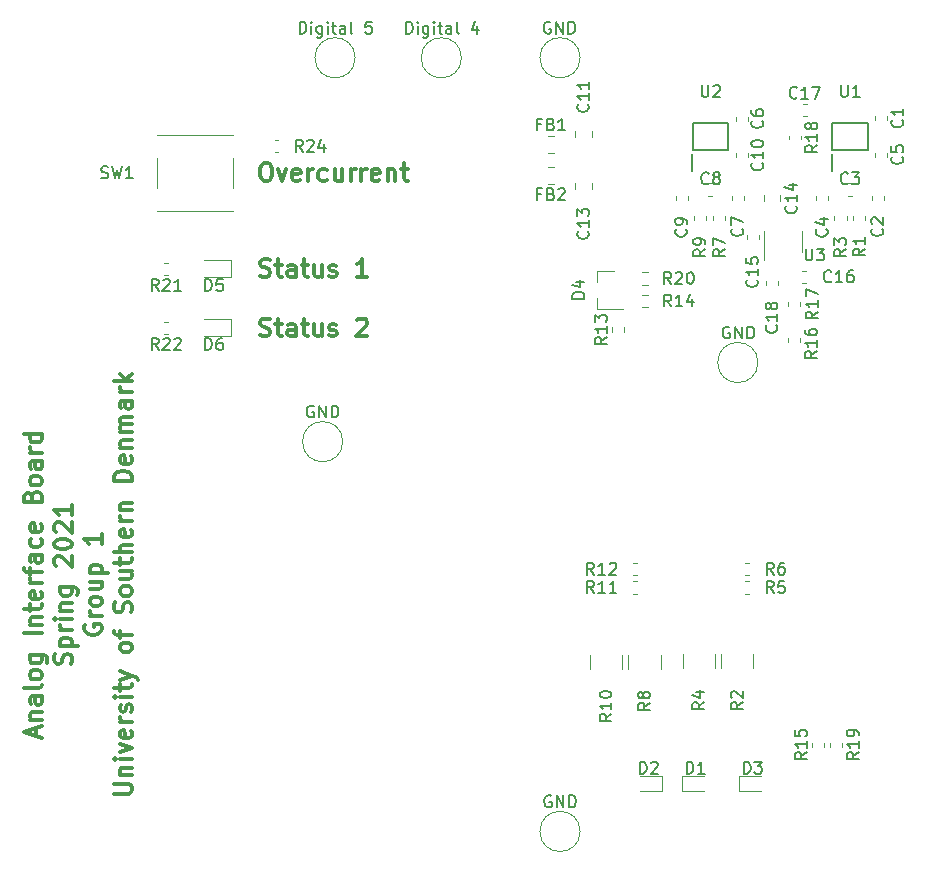
<source format=gto>
G04 #@! TF.GenerationSoftware,KiCad,Pcbnew,(5.1.6)-1*
G04 #@! TF.CreationDate,2021-04-16T13:49:19+02:00*
G04 #@! TF.ProjectId,Interfaceboard,496e7465-7266-4616-9365-626f6172642e,Version 1*
G04 #@! TF.SameCoordinates,Original*
G04 #@! TF.FileFunction,Legend,Top*
G04 #@! TF.FilePolarity,Positive*
%FSLAX46Y46*%
G04 Gerber Fmt 4.6, Leading zero omitted, Abs format (unit mm)*
G04 Created by KiCad (PCBNEW (5.1.6)-1) date 2021-04-16 13:49:19*
%MOMM*%
%LPD*%
G01*
G04 APERTURE LIST*
%ADD10C,0.300000*%
%ADD11C,0.150000*%
%ADD12C,0.120000*%
%ADD13C,0.200000*%
G04 APERTURE END LIST*
D10*
X107725000Y-115421428D02*
X107725000Y-114707142D01*
X108153571Y-115564285D02*
X106653571Y-115064285D01*
X108153571Y-114564285D01*
X107153571Y-114064285D02*
X108153571Y-114064285D01*
X107296428Y-114064285D02*
X107225000Y-113992857D01*
X107153571Y-113850000D01*
X107153571Y-113635714D01*
X107225000Y-113492857D01*
X107367857Y-113421428D01*
X108153571Y-113421428D01*
X108153571Y-112064285D02*
X107367857Y-112064285D01*
X107225000Y-112135714D01*
X107153571Y-112278571D01*
X107153571Y-112564285D01*
X107225000Y-112707142D01*
X108082142Y-112064285D02*
X108153571Y-112207142D01*
X108153571Y-112564285D01*
X108082142Y-112707142D01*
X107939285Y-112778571D01*
X107796428Y-112778571D01*
X107653571Y-112707142D01*
X107582142Y-112564285D01*
X107582142Y-112207142D01*
X107510714Y-112064285D01*
X108153571Y-111135714D02*
X108082142Y-111278571D01*
X107939285Y-111350000D01*
X106653571Y-111350000D01*
X108153571Y-110350000D02*
X108082142Y-110492857D01*
X108010714Y-110564285D01*
X107867857Y-110635714D01*
X107439285Y-110635714D01*
X107296428Y-110564285D01*
X107225000Y-110492857D01*
X107153571Y-110350000D01*
X107153571Y-110135714D01*
X107225000Y-109992857D01*
X107296428Y-109921428D01*
X107439285Y-109850000D01*
X107867857Y-109850000D01*
X108010714Y-109921428D01*
X108082142Y-109992857D01*
X108153571Y-110135714D01*
X108153571Y-110350000D01*
X107153571Y-108564285D02*
X108367857Y-108564285D01*
X108510714Y-108635714D01*
X108582142Y-108707142D01*
X108653571Y-108850000D01*
X108653571Y-109064285D01*
X108582142Y-109207142D01*
X108082142Y-108564285D02*
X108153571Y-108707142D01*
X108153571Y-108992857D01*
X108082142Y-109135714D01*
X108010714Y-109207142D01*
X107867857Y-109278571D01*
X107439285Y-109278571D01*
X107296428Y-109207142D01*
X107225000Y-109135714D01*
X107153571Y-108992857D01*
X107153571Y-108707142D01*
X107225000Y-108564285D01*
X108153571Y-106707142D02*
X106653571Y-106707142D01*
X107153571Y-105992857D02*
X108153571Y-105992857D01*
X107296428Y-105992857D02*
X107225000Y-105921428D01*
X107153571Y-105778571D01*
X107153571Y-105564285D01*
X107225000Y-105421428D01*
X107367857Y-105350000D01*
X108153571Y-105350000D01*
X107153571Y-104850000D02*
X107153571Y-104278571D01*
X106653571Y-104635714D02*
X107939285Y-104635714D01*
X108082142Y-104564285D01*
X108153571Y-104421428D01*
X108153571Y-104278571D01*
X108082142Y-103207142D02*
X108153571Y-103350000D01*
X108153571Y-103635714D01*
X108082142Y-103778571D01*
X107939285Y-103850000D01*
X107367857Y-103850000D01*
X107225000Y-103778571D01*
X107153571Y-103635714D01*
X107153571Y-103350000D01*
X107225000Y-103207142D01*
X107367857Y-103135714D01*
X107510714Y-103135714D01*
X107653571Y-103850000D01*
X108153571Y-102492857D02*
X107153571Y-102492857D01*
X107439285Y-102492857D02*
X107296428Y-102421428D01*
X107225000Y-102350000D01*
X107153571Y-102207142D01*
X107153571Y-102064285D01*
X107153571Y-101778571D02*
X107153571Y-101207142D01*
X108153571Y-101564285D02*
X106867857Y-101564285D01*
X106725000Y-101492857D01*
X106653571Y-101350000D01*
X106653571Y-101207142D01*
X108153571Y-100064285D02*
X107367857Y-100064285D01*
X107225000Y-100135714D01*
X107153571Y-100278571D01*
X107153571Y-100564285D01*
X107225000Y-100707142D01*
X108082142Y-100064285D02*
X108153571Y-100207142D01*
X108153571Y-100564285D01*
X108082142Y-100707142D01*
X107939285Y-100778571D01*
X107796428Y-100778571D01*
X107653571Y-100707142D01*
X107582142Y-100564285D01*
X107582142Y-100207142D01*
X107510714Y-100064285D01*
X108082142Y-98707142D02*
X108153571Y-98850000D01*
X108153571Y-99135714D01*
X108082142Y-99278571D01*
X108010714Y-99350000D01*
X107867857Y-99421428D01*
X107439285Y-99421428D01*
X107296428Y-99350000D01*
X107225000Y-99278571D01*
X107153571Y-99135714D01*
X107153571Y-98850000D01*
X107225000Y-98707142D01*
X108082142Y-97492857D02*
X108153571Y-97635714D01*
X108153571Y-97921428D01*
X108082142Y-98064285D01*
X107939285Y-98135714D01*
X107367857Y-98135714D01*
X107225000Y-98064285D01*
X107153571Y-97921428D01*
X107153571Y-97635714D01*
X107225000Y-97492857D01*
X107367857Y-97421428D01*
X107510714Y-97421428D01*
X107653571Y-98135714D01*
X107367857Y-95135714D02*
X107439285Y-94921428D01*
X107510714Y-94850000D01*
X107653571Y-94778571D01*
X107867857Y-94778571D01*
X108010714Y-94850000D01*
X108082142Y-94921428D01*
X108153571Y-95064285D01*
X108153571Y-95635714D01*
X106653571Y-95635714D01*
X106653571Y-95135714D01*
X106725000Y-94992857D01*
X106796428Y-94921428D01*
X106939285Y-94850000D01*
X107082142Y-94850000D01*
X107225000Y-94921428D01*
X107296428Y-94992857D01*
X107367857Y-95135714D01*
X107367857Y-95635714D01*
X108153571Y-93921428D02*
X108082142Y-94064285D01*
X108010714Y-94135714D01*
X107867857Y-94207142D01*
X107439285Y-94207142D01*
X107296428Y-94135714D01*
X107225000Y-94064285D01*
X107153571Y-93921428D01*
X107153571Y-93707142D01*
X107225000Y-93564285D01*
X107296428Y-93492857D01*
X107439285Y-93421428D01*
X107867857Y-93421428D01*
X108010714Y-93492857D01*
X108082142Y-93564285D01*
X108153571Y-93707142D01*
X108153571Y-93921428D01*
X108153571Y-92135714D02*
X107367857Y-92135714D01*
X107225000Y-92207142D01*
X107153571Y-92350000D01*
X107153571Y-92635714D01*
X107225000Y-92778571D01*
X108082142Y-92135714D02*
X108153571Y-92278571D01*
X108153571Y-92635714D01*
X108082142Y-92778571D01*
X107939285Y-92850000D01*
X107796428Y-92850000D01*
X107653571Y-92778571D01*
X107582142Y-92635714D01*
X107582142Y-92278571D01*
X107510714Y-92135714D01*
X108153571Y-91421428D02*
X107153571Y-91421428D01*
X107439285Y-91421428D02*
X107296428Y-91350000D01*
X107225000Y-91278571D01*
X107153571Y-91135714D01*
X107153571Y-90992857D01*
X108153571Y-89850000D02*
X106653571Y-89850000D01*
X108082142Y-89850000D02*
X108153571Y-89992857D01*
X108153571Y-90278571D01*
X108082142Y-90421428D01*
X108010714Y-90492857D01*
X107867857Y-90564285D01*
X107439285Y-90564285D01*
X107296428Y-90492857D01*
X107225000Y-90421428D01*
X107153571Y-90278571D01*
X107153571Y-89992857D01*
X107225000Y-89850000D01*
X110632142Y-109314285D02*
X110703571Y-109100000D01*
X110703571Y-108742857D01*
X110632142Y-108600000D01*
X110560714Y-108528571D01*
X110417857Y-108457142D01*
X110275000Y-108457142D01*
X110132142Y-108528571D01*
X110060714Y-108600000D01*
X109989285Y-108742857D01*
X109917857Y-109028571D01*
X109846428Y-109171428D01*
X109775000Y-109242857D01*
X109632142Y-109314285D01*
X109489285Y-109314285D01*
X109346428Y-109242857D01*
X109275000Y-109171428D01*
X109203571Y-109028571D01*
X109203571Y-108671428D01*
X109275000Y-108457142D01*
X109703571Y-107814285D02*
X111203571Y-107814285D01*
X109775000Y-107814285D02*
X109703571Y-107671428D01*
X109703571Y-107385714D01*
X109775000Y-107242857D01*
X109846428Y-107171428D01*
X109989285Y-107100000D01*
X110417857Y-107100000D01*
X110560714Y-107171428D01*
X110632142Y-107242857D01*
X110703571Y-107385714D01*
X110703571Y-107671428D01*
X110632142Y-107814285D01*
X110703571Y-106457142D02*
X109703571Y-106457142D01*
X109989285Y-106457142D02*
X109846428Y-106385714D01*
X109775000Y-106314285D01*
X109703571Y-106171428D01*
X109703571Y-106028571D01*
X110703571Y-105528571D02*
X109703571Y-105528571D01*
X109203571Y-105528571D02*
X109275000Y-105600000D01*
X109346428Y-105528571D01*
X109275000Y-105457142D01*
X109203571Y-105528571D01*
X109346428Y-105528571D01*
X109703571Y-104814285D02*
X110703571Y-104814285D01*
X109846428Y-104814285D02*
X109775000Y-104742857D01*
X109703571Y-104600000D01*
X109703571Y-104385714D01*
X109775000Y-104242857D01*
X109917857Y-104171428D01*
X110703571Y-104171428D01*
X109703571Y-102814285D02*
X110917857Y-102814285D01*
X111060714Y-102885714D01*
X111132142Y-102957142D01*
X111203571Y-103100000D01*
X111203571Y-103314285D01*
X111132142Y-103457142D01*
X110632142Y-102814285D02*
X110703571Y-102957142D01*
X110703571Y-103242857D01*
X110632142Y-103385714D01*
X110560714Y-103457142D01*
X110417857Y-103528571D01*
X109989285Y-103528571D01*
X109846428Y-103457142D01*
X109775000Y-103385714D01*
X109703571Y-103242857D01*
X109703571Y-102957142D01*
X109775000Y-102814285D01*
X109346428Y-101028571D02*
X109275000Y-100957142D01*
X109203571Y-100814285D01*
X109203571Y-100457142D01*
X109275000Y-100314285D01*
X109346428Y-100242857D01*
X109489285Y-100171428D01*
X109632142Y-100171428D01*
X109846428Y-100242857D01*
X110703571Y-101100000D01*
X110703571Y-100171428D01*
X109203571Y-99242857D02*
X109203571Y-99100000D01*
X109275000Y-98957142D01*
X109346428Y-98885714D01*
X109489285Y-98814285D01*
X109775000Y-98742857D01*
X110132142Y-98742857D01*
X110417857Y-98814285D01*
X110560714Y-98885714D01*
X110632142Y-98957142D01*
X110703571Y-99100000D01*
X110703571Y-99242857D01*
X110632142Y-99385714D01*
X110560714Y-99457142D01*
X110417857Y-99528571D01*
X110132142Y-99600000D01*
X109775000Y-99600000D01*
X109489285Y-99528571D01*
X109346428Y-99457142D01*
X109275000Y-99385714D01*
X109203571Y-99242857D01*
X109346428Y-98171428D02*
X109275000Y-98100000D01*
X109203571Y-97957142D01*
X109203571Y-97600000D01*
X109275000Y-97457142D01*
X109346428Y-97385714D01*
X109489285Y-97314285D01*
X109632142Y-97314285D01*
X109846428Y-97385714D01*
X110703571Y-98242857D01*
X110703571Y-97314285D01*
X110703571Y-95885714D02*
X110703571Y-96742857D01*
X110703571Y-96314285D02*
X109203571Y-96314285D01*
X109417857Y-96457142D01*
X109560714Y-96600000D01*
X109632142Y-96742857D01*
X111825000Y-105992857D02*
X111753571Y-106135714D01*
X111753571Y-106350000D01*
X111825000Y-106564285D01*
X111967857Y-106707142D01*
X112110714Y-106778571D01*
X112396428Y-106850000D01*
X112610714Y-106850000D01*
X112896428Y-106778571D01*
X113039285Y-106707142D01*
X113182142Y-106564285D01*
X113253571Y-106350000D01*
X113253571Y-106207142D01*
X113182142Y-105992857D01*
X113110714Y-105921428D01*
X112610714Y-105921428D01*
X112610714Y-106207142D01*
X113253571Y-105278571D02*
X112253571Y-105278571D01*
X112539285Y-105278571D02*
X112396428Y-105207142D01*
X112325000Y-105135714D01*
X112253571Y-104992857D01*
X112253571Y-104850000D01*
X113253571Y-104135714D02*
X113182142Y-104278571D01*
X113110714Y-104350000D01*
X112967857Y-104421428D01*
X112539285Y-104421428D01*
X112396428Y-104350000D01*
X112325000Y-104278571D01*
X112253571Y-104135714D01*
X112253571Y-103921428D01*
X112325000Y-103778571D01*
X112396428Y-103707142D01*
X112539285Y-103635714D01*
X112967857Y-103635714D01*
X113110714Y-103707142D01*
X113182142Y-103778571D01*
X113253571Y-103921428D01*
X113253571Y-104135714D01*
X112253571Y-102350000D02*
X113253571Y-102350000D01*
X112253571Y-102992857D02*
X113039285Y-102992857D01*
X113182142Y-102921428D01*
X113253571Y-102778571D01*
X113253571Y-102564285D01*
X113182142Y-102421428D01*
X113110714Y-102350000D01*
X112253571Y-101635714D02*
X113753571Y-101635714D01*
X112325000Y-101635714D02*
X112253571Y-101492857D01*
X112253571Y-101207142D01*
X112325000Y-101064285D01*
X112396428Y-100992857D01*
X112539285Y-100921428D01*
X112967857Y-100921428D01*
X113110714Y-100992857D01*
X113182142Y-101064285D01*
X113253571Y-101207142D01*
X113253571Y-101492857D01*
X113182142Y-101635714D01*
X113253571Y-98350000D02*
X113253571Y-99207142D01*
X113253571Y-98778571D02*
X111753571Y-98778571D01*
X111967857Y-98921428D01*
X112110714Y-99064285D01*
X112182142Y-99207142D01*
X114303571Y-120314285D02*
X115517857Y-120314285D01*
X115660714Y-120242857D01*
X115732142Y-120171428D01*
X115803571Y-120028571D01*
X115803571Y-119742857D01*
X115732142Y-119600000D01*
X115660714Y-119528571D01*
X115517857Y-119457142D01*
X114303571Y-119457142D01*
X114803571Y-118742857D02*
X115803571Y-118742857D01*
X114946428Y-118742857D02*
X114875000Y-118671428D01*
X114803571Y-118528571D01*
X114803571Y-118314285D01*
X114875000Y-118171428D01*
X115017857Y-118100000D01*
X115803571Y-118100000D01*
X115803571Y-117385714D02*
X114803571Y-117385714D01*
X114303571Y-117385714D02*
X114375000Y-117457142D01*
X114446428Y-117385714D01*
X114375000Y-117314285D01*
X114303571Y-117385714D01*
X114446428Y-117385714D01*
X114803571Y-116814285D02*
X115803571Y-116457142D01*
X114803571Y-116100000D01*
X115732142Y-114957142D02*
X115803571Y-115100000D01*
X115803571Y-115385714D01*
X115732142Y-115528571D01*
X115589285Y-115600000D01*
X115017857Y-115600000D01*
X114875000Y-115528571D01*
X114803571Y-115385714D01*
X114803571Y-115100000D01*
X114875000Y-114957142D01*
X115017857Y-114885714D01*
X115160714Y-114885714D01*
X115303571Y-115600000D01*
X115803571Y-114242857D02*
X114803571Y-114242857D01*
X115089285Y-114242857D02*
X114946428Y-114171428D01*
X114875000Y-114100000D01*
X114803571Y-113957142D01*
X114803571Y-113814285D01*
X115732142Y-113385714D02*
X115803571Y-113242857D01*
X115803571Y-112957142D01*
X115732142Y-112814285D01*
X115589285Y-112742857D01*
X115517857Y-112742857D01*
X115375000Y-112814285D01*
X115303571Y-112957142D01*
X115303571Y-113171428D01*
X115232142Y-113314285D01*
X115089285Y-113385714D01*
X115017857Y-113385714D01*
X114875000Y-113314285D01*
X114803571Y-113171428D01*
X114803571Y-112957142D01*
X114875000Y-112814285D01*
X115803571Y-112100000D02*
X114803571Y-112100000D01*
X114303571Y-112100000D02*
X114375000Y-112171428D01*
X114446428Y-112100000D01*
X114375000Y-112028571D01*
X114303571Y-112100000D01*
X114446428Y-112100000D01*
X114803571Y-111600000D02*
X114803571Y-111028571D01*
X114303571Y-111385714D02*
X115589285Y-111385714D01*
X115732142Y-111314285D01*
X115803571Y-111171428D01*
X115803571Y-111028571D01*
X114803571Y-110671428D02*
X115803571Y-110314285D01*
X114803571Y-109957142D02*
X115803571Y-110314285D01*
X116160714Y-110457142D01*
X116232142Y-110528571D01*
X116303571Y-110671428D01*
X115803571Y-108028571D02*
X115732142Y-108171428D01*
X115660714Y-108242857D01*
X115517857Y-108314285D01*
X115089285Y-108314285D01*
X114946428Y-108242857D01*
X114875000Y-108171428D01*
X114803571Y-108028571D01*
X114803571Y-107814285D01*
X114875000Y-107671428D01*
X114946428Y-107600000D01*
X115089285Y-107528571D01*
X115517857Y-107528571D01*
X115660714Y-107600000D01*
X115732142Y-107671428D01*
X115803571Y-107814285D01*
X115803571Y-108028571D01*
X114803571Y-107100000D02*
X114803571Y-106528571D01*
X115803571Y-106885714D02*
X114517857Y-106885714D01*
X114375000Y-106814285D01*
X114303571Y-106671428D01*
X114303571Y-106528571D01*
X115732142Y-104957142D02*
X115803571Y-104742857D01*
X115803571Y-104385714D01*
X115732142Y-104242857D01*
X115660714Y-104171428D01*
X115517857Y-104100000D01*
X115375000Y-104100000D01*
X115232142Y-104171428D01*
X115160714Y-104242857D01*
X115089285Y-104385714D01*
X115017857Y-104671428D01*
X114946428Y-104814285D01*
X114875000Y-104885714D01*
X114732142Y-104957142D01*
X114589285Y-104957142D01*
X114446428Y-104885714D01*
X114375000Y-104814285D01*
X114303571Y-104671428D01*
X114303571Y-104314285D01*
X114375000Y-104100000D01*
X115803571Y-103242857D02*
X115732142Y-103385714D01*
X115660714Y-103457142D01*
X115517857Y-103528571D01*
X115089285Y-103528571D01*
X114946428Y-103457142D01*
X114875000Y-103385714D01*
X114803571Y-103242857D01*
X114803571Y-103028571D01*
X114875000Y-102885714D01*
X114946428Y-102814285D01*
X115089285Y-102742857D01*
X115517857Y-102742857D01*
X115660714Y-102814285D01*
X115732142Y-102885714D01*
X115803571Y-103028571D01*
X115803571Y-103242857D01*
X114803571Y-101457142D02*
X115803571Y-101457142D01*
X114803571Y-102100000D02*
X115589285Y-102100000D01*
X115732142Y-102028571D01*
X115803571Y-101885714D01*
X115803571Y-101671428D01*
X115732142Y-101528571D01*
X115660714Y-101457142D01*
X114803571Y-100957142D02*
X114803571Y-100385714D01*
X114303571Y-100742857D02*
X115589285Y-100742857D01*
X115732142Y-100671428D01*
X115803571Y-100528571D01*
X115803571Y-100385714D01*
X115803571Y-99885714D02*
X114303571Y-99885714D01*
X115803571Y-99242857D02*
X115017857Y-99242857D01*
X114875000Y-99314285D01*
X114803571Y-99457142D01*
X114803571Y-99671428D01*
X114875000Y-99814285D01*
X114946428Y-99885714D01*
X115732142Y-97957142D02*
X115803571Y-98100000D01*
X115803571Y-98385714D01*
X115732142Y-98528571D01*
X115589285Y-98600000D01*
X115017857Y-98600000D01*
X114875000Y-98528571D01*
X114803571Y-98385714D01*
X114803571Y-98100000D01*
X114875000Y-97957142D01*
X115017857Y-97885714D01*
X115160714Y-97885714D01*
X115303571Y-98600000D01*
X115803571Y-97242857D02*
X114803571Y-97242857D01*
X115089285Y-97242857D02*
X114946428Y-97171428D01*
X114875000Y-97100000D01*
X114803571Y-96957142D01*
X114803571Y-96814285D01*
X114803571Y-96314285D02*
X115803571Y-96314285D01*
X114946428Y-96314285D02*
X114875000Y-96242857D01*
X114803571Y-96100000D01*
X114803571Y-95885714D01*
X114875000Y-95742857D01*
X115017857Y-95671428D01*
X115803571Y-95671428D01*
X115803571Y-93814285D02*
X114303571Y-93814285D01*
X114303571Y-93457142D01*
X114375000Y-93242857D01*
X114517857Y-93100000D01*
X114660714Y-93028571D01*
X114946428Y-92957142D01*
X115160714Y-92957142D01*
X115446428Y-93028571D01*
X115589285Y-93100000D01*
X115732142Y-93242857D01*
X115803571Y-93457142D01*
X115803571Y-93814285D01*
X115732142Y-91742857D02*
X115803571Y-91885714D01*
X115803571Y-92171428D01*
X115732142Y-92314285D01*
X115589285Y-92385714D01*
X115017857Y-92385714D01*
X114875000Y-92314285D01*
X114803571Y-92171428D01*
X114803571Y-91885714D01*
X114875000Y-91742857D01*
X115017857Y-91671428D01*
X115160714Y-91671428D01*
X115303571Y-92385714D01*
X114803571Y-91028571D02*
X115803571Y-91028571D01*
X114946428Y-91028571D02*
X114875000Y-90957142D01*
X114803571Y-90814285D01*
X114803571Y-90599999D01*
X114875000Y-90457142D01*
X115017857Y-90385714D01*
X115803571Y-90385714D01*
X115803571Y-89671428D02*
X114803571Y-89671428D01*
X114946428Y-89671428D02*
X114875000Y-89599999D01*
X114803571Y-89457142D01*
X114803571Y-89242857D01*
X114875000Y-89099999D01*
X115017857Y-89028571D01*
X115803571Y-89028571D01*
X115017857Y-89028571D02*
X114875000Y-88957142D01*
X114803571Y-88814285D01*
X114803571Y-88599999D01*
X114875000Y-88457142D01*
X115017857Y-88385714D01*
X115803571Y-88385714D01*
X115803571Y-87028571D02*
X115017857Y-87028571D01*
X114875000Y-87100000D01*
X114803571Y-87242857D01*
X114803571Y-87528571D01*
X114875000Y-87671428D01*
X115732142Y-87028571D02*
X115803571Y-87171428D01*
X115803571Y-87528571D01*
X115732142Y-87671428D01*
X115589285Y-87742857D01*
X115446428Y-87742857D01*
X115303571Y-87671428D01*
X115232142Y-87528571D01*
X115232142Y-87171428D01*
X115160714Y-87028571D01*
X115803571Y-86314285D02*
X114803571Y-86314285D01*
X115089285Y-86314285D02*
X114946428Y-86242857D01*
X114875000Y-86171428D01*
X114803571Y-86028571D01*
X114803571Y-85885714D01*
X115803571Y-85385714D02*
X114303571Y-85385714D01*
X115232142Y-85242857D02*
X115803571Y-84814285D01*
X114803571Y-84814285D02*
X115375000Y-85385714D01*
X126664285Y-81507142D02*
X126878571Y-81578571D01*
X127235714Y-81578571D01*
X127378571Y-81507142D01*
X127450000Y-81435714D01*
X127521428Y-81292857D01*
X127521428Y-81150000D01*
X127450000Y-81007142D01*
X127378571Y-80935714D01*
X127235714Y-80864285D01*
X126950000Y-80792857D01*
X126807142Y-80721428D01*
X126735714Y-80650000D01*
X126664285Y-80507142D01*
X126664285Y-80364285D01*
X126735714Y-80221428D01*
X126807142Y-80150000D01*
X126950000Y-80078571D01*
X127307142Y-80078571D01*
X127521428Y-80150000D01*
X127950000Y-80578571D02*
X128521428Y-80578571D01*
X128164285Y-80078571D02*
X128164285Y-81364285D01*
X128235714Y-81507142D01*
X128378571Y-81578571D01*
X128521428Y-81578571D01*
X129664285Y-81578571D02*
X129664285Y-80792857D01*
X129592857Y-80650000D01*
X129450000Y-80578571D01*
X129164285Y-80578571D01*
X129021428Y-80650000D01*
X129664285Y-81507142D02*
X129521428Y-81578571D01*
X129164285Y-81578571D01*
X129021428Y-81507142D01*
X128950000Y-81364285D01*
X128950000Y-81221428D01*
X129021428Y-81078571D01*
X129164285Y-81007142D01*
X129521428Y-81007142D01*
X129664285Y-80935714D01*
X130164285Y-80578571D02*
X130735714Y-80578571D01*
X130378571Y-80078571D02*
X130378571Y-81364285D01*
X130450000Y-81507142D01*
X130592857Y-81578571D01*
X130735714Y-81578571D01*
X131878571Y-80578571D02*
X131878571Y-81578571D01*
X131235714Y-80578571D02*
X131235714Y-81364285D01*
X131307142Y-81507142D01*
X131450000Y-81578571D01*
X131664285Y-81578571D01*
X131807142Y-81507142D01*
X131878571Y-81435714D01*
X132521428Y-81507142D02*
X132664285Y-81578571D01*
X132950000Y-81578571D01*
X133092857Y-81507142D01*
X133164285Y-81364285D01*
X133164285Y-81292857D01*
X133092857Y-81150000D01*
X132950000Y-81078571D01*
X132735714Y-81078571D01*
X132592857Y-81007142D01*
X132521428Y-80864285D01*
X132521428Y-80792857D01*
X132592857Y-80650000D01*
X132735714Y-80578571D01*
X132950000Y-80578571D01*
X133092857Y-80650000D01*
X134878571Y-80221428D02*
X134950000Y-80150000D01*
X135092857Y-80078571D01*
X135450000Y-80078571D01*
X135592857Y-80150000D01*
X135664285Y-80221428D01*
X135735714Y-80364285D01*
X135735714Y-80507142D01*
X135664285Y-80721428D01*
X134807142Y-81578571D01*
X135735714Y-81578571D01*
X126664285Y-76457142D02*
X126878571Y-76528571D01*
X127235714Y-76528571D01*
X127378571Y-76457142D01*
X127450000Y-76385714D01*
X127521428Y-76242857D01*
X127521428Y-76100000D01*
X127450000Y-75957142D01*
X127378571Y-75885714D01*
X127235714Y-75814285D01*
X126950000Y-75742857D01*
X126807142Y-75671428D01*
X126735714Y-75600000D01*
X126664285Y-75457142D01*
X126664285Y-75314285D01*
X126735714Y-75171428D01*
X126807142Y-75100000D01*
X126950000Y-75028571D01*
X127307142Y-75028571D01*
X127521428Y-75100000D01*
X127950000Y-75528571D02*
X128521428Y-75528571D01*
X128164285Y-75028571D02*
X128164285Y-76314285D01*
X128235714Y-76457142D01*
X128378571Y-76528571D01*
X128521428Y-76528571D01*
X129664285Y-76528571D02*
X129664285Y-75742857D01*
X129592857Y-75600000D01*
X129450000Y-75528571D01*
X129164285Y-75528571D01*
X129021428Y-75600000D01*
X129664285Y-76457142D02*
X129521428Y-76528571D01*
X129164285Y-76528571D01*
X129021428Y-76457142D01*
X128950000Y-76314285D01*
X128950000Y-76171428D01*
X129021428Y-76028571D01*
X129164285Y-75957142D01*
X129521428Y-75957142D01*
X129664285Y-75885714D01*
X130164285Y-75528571D02*
X130735714Y-75528571D01*
X130378571Y-75028571D02*
X130378571Y-76314285D01*
X130450000Y-76457142D01*
X130592857Y-76528571D01*
X130735714Y-76528571D01*
X131878571Y-75528571D02*
X131878571Y-76528571D01*
X131235714Y-75528571D02*
X131235714Y-76314285D01*
X131307142Y-76457142D01*
X131450000Y-76528571D01*
X131664285Y-76528571D01*
X131807142Y-76457142D01*
X131878571Y-76385714D01*
X132521428Y-76457142D02*
X132664285Y-76528571D01*
X132950000Y-76528571D01*
X133092857Y-76457142D01*
X133164285Y-76314285D01*
X133164285Y-76242857D01*
X133092857Y-76100000D01*
X132950000Y-76028571D01*
X132735714Y-76028571D01*
X132592857Y-75957142D01*
X132521428Y-75814285D01*
X132521428Y-75742857D01*
X132592857Y-75600000D01*
X132735714Y-75528571D01*
X132950000Y-75528571D01*
X133092857Y-75600000D01*
X135735714Y-76528571D02*
X134878571Y-76528571D01*
X135307142Y-76528571D02*
X135307142Y-75028571D01*
X135164285Y-75242857D01*
X135021428Y-75385714D01*
X134878571Y-75457142D01*
X127028571Y-66928571D02*
X127314285Y-66928571D01*
X127457142Y-67000000D01*
X127600000Y-67142857D01*
X127671428Y-67428571D01*
X127671428Y-67928571D01*
X127600000Y-68214285D01*
X127457142Y-68357142D01*
X127314285Y-68428571D01*
X127028571Y-68428571D01*
X126885714Y-68357142D01*
X126742857Y-68214285D01*
X126671428Y-67928571D01*
X126671428Y-67428571D01*
X126742857Y-67142857D01*
X126885714Y-67000000D01*
X127028571Y-66928571D01*
X128171428Y-67428571D02*
X128528571Y-68428571D01*
X128885714Y-67428571D01*
X130028571Y-68357142D02*
X129885714Y-68428571D01*
X129600000Y-68428571D01*
X129457142Y-68357142D01*
X129385714Y-68214285D01*
X129385714Y-67642857D01*
X129457142Y-67500000D01*
X129600000Y-67428571D01*
X129885714Y-67428571D01*
X130028571Y-67500000D01*
X130100000Y-67642857D01*
X130100000Y-67785714D01*
X129385714Y-67928571D01*
X130742857Y-68428571D02*
X130742857Y-67428571D01*
X130742857Y-67714285D02*
X130814285Y-67571428D01*
X130885714Y-67500000D01*
X131028571Y-67428571D01*
X131171428Y-67428571D01*
X132314285Y-68357142D02*
X132171428Y-68428571D01*
X131885714Y-68428571D01*
X131742857Y-68357142D01*
X131671428Y-68285714D01*
X131600000Y-68142857D01*
X131600000Y-67714285D01*
X131671428Y-67571428D01*
X131742857Y-67500000D01*
X131885714Y-67428571D01*
X132171428Y-67428571D01*
X132314285Y-67500000D01*
X133600000Y-67428571D02*
X133600000Y-68428571D01*
X132957142Y-67428571D02*
X132957142Y-68214285D01*
X133028571Y-68357142D01*
X133171428Y-68428571D01*
X133385714Y-68428571D01*
X133528571Y-68357142D01*
X133600000Y-68285714D01*
X134314285Y-68428571D02*
X134314285Y-67428571D01*
X134314285Y-67714285D02*
X134385714Y-67571428D01*
X134457142Y-67500000D01*
X134600000Y-67428571D01*
X134742857Y-67428571D01*
X135242857Y-68428571D02*
X135242857Y-67428571D01*
X135242857Y-67714285D02*
X135314285Y-67571428D01*
X135385714Y-67500000D01*
X135528571Y-67428571D01*
X135671428Y-67428571D01*
X136742857Y-68357142D02*
X136600000Y-68428571D01*
X136314285Y-68428571D01*
X136171428Y-68357142D01*
X136100000Y-68214285D01*
X136100000Y-67642857D01*
X136171428Y-67500000D01*
X136314285Y-67428571D01*
X136600000Y-67428571D01*
X136742857Y-67500000D01*
X136814285Y-67642857D01*
X136814285Y-67785714D01*
X136100000Y-67928571D01*
X137457142Y-67428571D02*
X137457142Y-68428571D01*
X137457142Y-67571428D02*
X137528571Y-67500000D01*
X137671428Y-67428571D01*
X137885714Y-67428571D01*
X138028571Y-67500000D01*
X138100000Y-67642857D01*
X138100000Y-68428571D01*
X138600000Y-67428571D02*
X139171428Y-67428571D01*
X138814285Y-66928571D02*
X138814285Y-68214285D01*
X138885714Y-68357142D01*
X139028571Y-68428571D01*
X139171428Y-68428571D01*
D11*
X151288095Y-120500000D02*
X151192857Y-120452380D01*
X151050000Y-120452380D01*
X150907142Y-120500000D01*
X150811904Y-120595238D01*
X150764285Y-120690476D01*
X150716666Y-120880952D01*
X150716666Y-121023809D01*
X150764285Y-121214285D01*
X150811904Y-121309523D01*
X150907142Y-121404761D01*
X151050000Y-121452380D01*
X151145238Y-121452380D01*
X151288095Y-121404761D01*
X151335714Y-121357142D01*
X151335714Y-121023809D01*
X151145238Y-121023809D01*
X151764285Y-121452380D02*
X151764285Y-120452380D01*
X152335714Y-121452380D01*
X152335714Y-120452380D01*
X152811904Y-121452380D02*
X152811904Y-120452380D01*
X153050000Y-120452380D01*
X153192857Y-120500000D01*
X153288095Y-120595238D01*
X153335714Y-120690476D01*
X153383333Y-120880952D01*
X153383333Y-121023809D01*
X153335714Y-121214285D01*
X153288095Y-121309523D01*
X153192857Y-121404761D01*
X153050000Y-121452380D01*
X152811904Y-121452380D01*
X131188095Y-87500000D02*
X131092857Y-87452380D01*
X130950000Y-87452380D01*
X130807142Y-87500000D01*
X130711904Y-87595238D01*
X130664285Y-87690476D01*
X130616666Y-87880952D01*
X130616666Y-88023809D01*
X130664285Y-88214285D01*
X130711904Y-88309523D01*
X130807142Y-88404761D01*
X130950000Y-88452380D01*
X131045238Y-88452380D01*
X131188095Y-88404761D01*
X131235714Y-88357142D01*
X131235714Y-88023809D01*
X131045238Y-88023809D01*
X131664285Y-88452380D02*
X131664285Y-87452380D01*
X132235714Y-88452380D01*
X132235714Y-87452380D01*
X132711904Y-88452380D02*
X132711904Y-87452380D01*
X132950000Y-87452380D01*
X133092857Y-87500000D01*
X133188095Y-87595238D01*
X133235714Y-87690476D01*
X133283333Y-87880952D01*
X133283333Y-88023809D01*
X133235714Y-88214285D01*
X133188095Y-88309523D01*
X133092857Y-88404761D01*
X132950000Y-88452380D01*
X132711904Y-88452380D01*
X151238095Y-55000000D02*
X151142857Y-54952380D01*
X151000000Y-54952380D01*
X150857142Y-55000000D01*
X150761904Y-55095238D01*
X150714285Y-55190476D01*
X150666666Y-55380952D01*
X150666666Y-55523809D01*
X150714285Y-55714285D01*
X150761904Y-55809523D01*
X150857142Y-55904761D01*
X151000000Y-55952380D01*
X151095238Y-55952380D01*
X151238095Y-55904761D01*
X151285714Y-55857142D01*
X151285714Y-55523809D01*
X151095238Y-55523809D01*
X151714285Y-55952380D02*
X151714285Y-54952380D01*
X152285714Y-55952380D01*
X152285714Y-54952380D01*
X152761904Y-55952380D02*
X152761904Y-54952380D01*
X153000000Y-54952380D01*
X153142857Y-55000000D01*
X153238095Y-55095238D01*
X153285714Y-55190476D01*
X153333333Y-55380952D01*
X153333333Y-55523809D01*
X153285714Y-55714285D01*
X153238095Y-55809523D01*
X153142857Y-55904761D01*
X153000000Y-55952380D01*
X152761904Y-55952380D01*
X166388095Y-80800000D02*
X166292857Y-80752380D01*
X166150000Y-80752380D01*
X166007142Y-80800000D01*
X165911904Y-80895238D01*
X165864285Y-80990476D01*
X165816666Y-81180952D01*
X165816666Y-81323809D01*
X165864285Y-81514285D01*
X165911904Y-81609523D01*
X166007142Y-81704761D01*
X166150000Y-81752380D01*
X166245238Y-81752380D01*
X166388095Y-81704761D01*
X166435714Y-81657142D01*
X166435714Y-81323809D01*
X166245238Y-81323809D01*
X166864285Y-81752380D02*
X166864285Y-80752380D01*
X167435714Y-81752380D01*
X167435714Y-80752380D01*
X167911904Y-81752380D02*
X167911904Y-80752380D01*
X168150000Y-80752380D01*
X168292857Y-80800000D01*
X168388095Y-80895238D01*
X168435714Y-80990476D01*
X168483333Y-81180952D01*
X168483333Y-81323809D01*
X168435714Y-81514285D01*
X168388095Y-81609523D01*
X168292857Y-81704761D01*
X168150000Y-81752380D01*
X167911904Y-81752380D01*
X130002380Y-55952380D02*
X130002380Y-54952380D01*
X130240476Y-54952380D01*
X130383333Y-55000000D01*
X130478571Y-55095238D01*
X130526190Y-55190476D01*
X130573809Y-55380952D01*
X130573809Y-55523809D01*
X130526190Y-55714285D01*
X130478571Y-55809523D01*
X130383333Y-55904761D01*
X130240476Y-55952380D01*
X130002380Y-55952380D01*
X131002380Y-55952380D02*
X131002380Y-55285714D01*
X131002380Y-54952380D02*
X130954761Y-55000000D01*
X131002380Y-55047619D01*
X131050000Y-55000000D01*
X131002380Y-54952380D01*
X131002380Y-55047619D01*
X131907142Y-55285714D02*
X131907142Y-56095238D01*
X131859523Y-56190476D01*
X131811904Y-56238095D01*
X131716666Y-56285714D01*
X131573809Y-56285714D01*
X131478571Y-56238095D01*
X131907142Y-55904761D02*
X131811904Y-55952380D01*
X131621428Y-55952380D01*
X131526190Y-55904761D01*
X131478571Y-55857142D01*
X131430952Y-55761904D01*
X131430952Y-55476190D01*
X131478571Y-55380952D01*
X131526190Y-55333333D01*
X131621428Y-55285714D01*
X131811904Y-55285714D01*
X131907142Y-55333333D01*
X132383333Y-55952380D02*
X132383333Y-55285714D01*
X132383333Y-54952380D02*
X132335714Y-55000000D01*
X132383333Y-55047619D01*
X132430952Y-55000000D01*
X132383333Y-54952380D01*
X132383333Y-55047619D01*
X132716666Y-55285714D02*
X133097619Y-55285714D01*
X132859523Y-54952380D02*
X132859523Y-55809523D01*
X132907142Y-55904761D01*
X133002380Y-55952380D01*
X133097619Y-55952380D01*
X133859523Y-55952380D02*
X133859523Y-55428571D01*
X133811904Y-55333333D01*
X133716666Y-55285714D01*
X133526190Y-55285714D01*
X133430952Y-55333333D01*
X133859523Y-55904761D02*
X133764285Y-55952380D01*
X133526190Y-55952380D01*
X133430952Y-55904761D01*
X133383333Y-55809523D01*
X133383333Y-55714285D01*
X133430952Y-55619047D01*
X133526190Y-55571428D01*
X133764285Y-55571428D01*
X133859523Y-55523809D01*
X134478571Y-55952380D02*
X134383333Y-55904761D01*
X134335714Y-55809523D01*
X134335714Y-54952380D01*
X136097619Y-54952380D02*
X135621428Y-54952380D01*
X135573809Y-55428571D01*
X135621428Y-55380952D01*
X135716666Y-55333333D01*
X135954761Y-55333333D01*
X136050000Y-55380952D01*
X136097619Y-55428571D01*
X136145238Y-55523809D01*
X136145238Y-55761904D01*
X136097619Y-55857142D01*
X136050000Y-55904761D01*
X135954761Y-55952380D01*
X135716666Y-55952380D01*
X135621428Y-55904761D01*
X135573809Y-55857142D01*
X139002380Y-55952380D02*
X139002380Y-54952380D01*
X139240476Y-54952380D01*
X139383333Y-55000000D01*
X139478571Y-55095238D01*
X139526190Y-55190476D01*
X139573809Y-55380952D01*
X139573809Y-55523809D01*
X139526190Y-55714285D01*
X139478571Y-55809523D01*
X139383333Y-55904761D01*
X139240476Y-55952380D01*
X139002380Y-55952380D01*
X140002380Y-55952380D02*
X140002380Y-55285714D01*
X140002380Y-54952380D02*
X139954761Y-55000000D01*
X140002380Y-55047619D01*
X140050000Y-55000000D01*
X140002380Y-54952380D01*
X140002380Y-55047619D01*
X140907142Y-55285714D02*
X140907142Y-56095238D01*
X140859523Y-56190476D01*
X140811904Y-56238095D01*
X140716666Y-56285714D01*
X140573809Y-56285714D01*
X140478571Y-56238095D01*
X140907142Y-55904761D02*
X140811904Y-55952380D01*
X140621428Y-55952380D01*
X140526190Y-55904761D01*
X140478571Y-55857142D01*
X140430952Y-55761904D01*
X140430952Y-55476190D01*
X140478571Y-55380952D01*
X140526190Y-55333333D01*
X140621428Y-55285714D01*
X140811904Y-55285714D01*
X140907142Y-55333333D01*
X141383333Y-55952380D02*
X141383333Y-55285714D01*
X141383333Y-54952380D02*
X141335714Y-55000000D01*
X141383333Y-55047619D01*
X141430952Y-55000000D01*
X141383333Y-54952380D01*
X141383333Y-55047619D01*
X141716666Y-55285714D02*
X142097619Y-55285714D01*
X141859523Y-54952380D02*
X141859523Y-55809523D01*
X141907142Y-55904761D01*
X142002380Y-55952380D01*
X142097619Y-55952380D01*
X142859523Y-55952380D02*
X142859523Y-55428571D01*
X142811904Y-55333333D01*
X142716666Y-55285714D01*
X142526190Y-55285714D01*
X142430952Y-55333333D01*
X142859523Y-55904761D02*
X142764285Y-55952380D01*
X142526190Y-55952380D01*
X142430952Y-55904761D01*
X142383333Y-55809523D01*
X142383333Y-55714285D01*
X142430952Y-55619047D01*
X142526190Y-55571428D01*
X142764285Y-55571428D01*
X142859523Y-55523809D01*
X143478571Y-55952380D02*
X143383333Y-55904761D01*
X143335714Y-55809523D01*
X143335714Y-54952380D01*
X145050000Y-55285714D02*
X145050000Y-55952380D01*
X144811904Y-54904761D02*
X144573809Y-55619047D01*
X145192857Y-55619047D01*
D12*
X118862779Y-80340000D02*
X118537221Y-80340000D01*
X118862779Y-81360000D02*
X118537221Y-81360000D01*
X118862779Y-75340000D02*
X118537221Y-75340000D01*
X118862779Y-76360000D02*
X118537221Y-76360000D01*
X124235000Y-80115000D02*
X121950000Y-80115000D01*
X124235000Y-81585000D02*
X124235000Y-80115000D01*
X121950000Y-81585000D02*
X124235000Y-81585000D01*
X124235000Y-75115000D02*
X121950000Y-75115000D01*
X124235000Y-76585000D02*
X124235000Y-75115000D01*
X121950000Y-76585000D02*
X124235000Y-76585000D01*
X159012742Y-76177500D02*
X159487258Y-76177500D01*
X159012742Y-77222500D02*
X159487258Y-77222500D01*
X159487258Y-79122500D02*
X159012742Y-79122500D01*
X159487258Y-78077500D02*
X159012742Y-78077500D01*
X157472500Y-80762742D02*
X157472500Y-81237258D01*
X156427500Y-80762742D02*
X156427500Y-81237258D01*
X155190000Y-76070000D02*
X155190000Y-77000000D01*
X155190000Y-79230000D02*
X155190000Y-78300000D01*
X155190000Y-79230000D02*
X157350000Y-79230000D01*
X155190000Y-76070000D02*
X156650000Y-76070000D01*
X134700000Y-58000000D02*
G75*
G03*
X134700000Y-58000000I-1700000J0D01*
G01*
X143700000Y-58000000D02*
G75*
G03*
X143700000Y-58000000I-1700000J0D01*
G01*
X169340000Y-72650000D02*
X169340000Y-75100000D01*
X172560000Y-74450000D02*
X172560000Y-72650000D01*
D13*
X163250000Y-67600000D02*
X163250000Y-66150000D01*
X166300000Y-65800000D02*
X163300000Y-65800000D01*
X166300000Y-63500000D02*
X166300000Y-65800000D01*
X163300000Y-63500000D02*
X166300000Y-63500000D01*
X163300000Y-65800000D02*
X163300000Y-63500000D01*
X175050000Y-67600000D02*
X175050000Y-66150000D01*
X178100000Y-65800000D02*
X175100000Y-65800000D01*
X178100000Y-63500000D02*
X178100000Y-65800000D01*
X175100000Y-63500000D02*
X178100000Y-63500000D01*
X175100000Y-65800000D02*
X175100000Y-63500000D01*
D12*
X174940000Y-115987221D02*
X174940000Y-116312779D01*
X175960000Y-115987221D02*
X175960000Y-116312779D01*
X171440000Y-64587221D02*
X171440000Y-64912779D01*
X172460000Y-64587221D02*
X172460000Y-64912779D01*
X171390000Y-78674721D02*
X171390000Y-79000279D01*
X172410000Y-78674721D02*
X172410000Y-79000279D01*
X171390000Y-81737221D02*
X171390000Y-82062779D01*
X172410000Y-81737221D02*
X172410000Y-82062779D01*
X174410000Y-116312779D02*
X174410000Y-115987221D01*
X173390000Y-116312779D02*
X173390000Y-115987221D01*
X158237221Y-101810000D02*
X158562779Y-101810000D01*
X158237221Y-100790000D02*
X158562779Y-100790000D01*
X158237221Y-103360000D02*
X158562779Y-103360000D01*
X158237221Y-102340000D02*
X158562779Y-102340000D01*
X154590000Y-108547936D02*
X154590000Y-109752064D01*
X157310000Y-108547936D02*
X157310000Y-109752064D01*
X163390000Y-71437221D02*
X163390000Y-71762779D01*
X164410000Y-71437221D02*
X164410000Y-71762779D01*
X157840000Y-108547936D02*
X157840000Y-109752064D01*
X160560000Y-108547936D02*
X160560000Y-109752064D01*
X165040000Y-71437221D02*
X165040000Y-71762779D01*
X166060000Y-71437221D02*
X166060000Y-71762779D01*
X168012779Y-100790000D02*
X167687221Y-100790000D01*
X168012779Y-101810000D02*
X167687221Y-101810000D01*
X168012779Y-102340000D02*
X167687221Y-102340000D01*
X168012779Y-103360000D02*
X167687221Y-103360000D01*
X162440000Y-108497936D02*
X162440000Y-109702064D01*
X165160000Y-108497936D02*
X165160000Y-109702064D01*
X175290000Y-71437221D02*
X175290000Y-71762779D01*
X176310000Y-71437221D02*
X176310000Y-71762779D01*
X165690000Y-108497936D02*
X165690000Y-109702064D01*
X168410000Y-108497936D02*
X168410000Y-109702064D01*
X176890000Y-71437221D02*
X176890000Y-71762779D01*
X177910000Y-71437221D02*
X177910000Y-71762779D01*
X151508578Y-67240000D02*
X150991422Y-67240000D01*
X151508578Y-68660000D02*
X150991422Y-68660000D01*
X150991422Y-66060000D02*
X151508578Y-66060000D01*
X150991422Y-64640000D02*
X151508578Y-64640000D01*
X169050000Y-120050000D02*
X167200000Y-120050000D01*
X169050000Y-118850000D02*
X167200000Y-118850000D01*
X167200000Y-118850000D02*
X167200000Y-120050000D01*
X158850000Y-118850000D02*
X160700000Y-118850000D01*
X158850000Y-120050000D02*
X160700000Y-120050000D01*
X160700000Y-120050000D02*
X160700000Y-118850000D01*
X164200000Y-120050000D02*
X162350000Y-120050000D01*
X164200000Y-118850000D02*
X162350000Y-118850000D01*
X162350000Y-118850000D02*
X162350000Y-120050000D01*
X169490000Y-76937221D02*
X169490000Y-77262779D01*
X170510000Y-76937221D02*
X170510000Y-77262779D01*
X172599721Y-62960000D02*
X172925279Y-62960000D01*
X172599721Y-61940000D02*
X172925279Y-61940000D01*
X172537221Y-77060000D02*
X172862779Y-77060000D01*
X172537221Y-76040000D02*
X172862779Y-76040000D01*
X167840000Y-73037221D02*
X167840000Y-73362779D01*
X168860000Y-73037221D02*
X168860000Y-73362779D01*
X170710000Y-70158578D02*
X170710000Y-69641422D01*
X169290000Y-70158578D02*
X169290000Y-69641422D01*
X154760000Y-69146078D02*
X154760000Y-68628922D01*
X153340000Y-69146078D02*
X153340000Y-68628922D01*
X154760000Y-64708578D02*
X154760000Y-64191422D01*
X153340000Y-64708578D02*
X153340000Y-64191422D01*
X167960000Y-66412779D02*
X167960000Y-66087221D01*
X166940000Y-66412779D02*
X166940000Y-66087221D01*
X161840000Y-69737221D02*
X161840000Y-70062779D01*
X162860000Y-69737221D02*
X162860000Y-70062779D01*
X164912779Y-68640000D02*
X164587221Y-68640000D01*
X164912779Y-69660000D02*
X164587221Y-69660000D01*
X167610000Y-70062779D02*
X167610000Y-69737221D01*
X166590000Y-70062779D02*
X166590000Y-69737221D01*
X166940000Y-62987221D02*
X166940000Y-63312779D01*
X167960000Y-62987221D02*
X167960000Y-63312779D01*
X179760000Y-66362779D02*
X179760000Y-66037221D01*
X178740000Y-66362779D02*
X178740000Y-66037221D01*
X173740000Y-69737221D02*
X173740000Y-70062779D01*
X174760000Y-69737221D02*
X174760000Y-70062779D01*
X176762779Y-68640000D02*
X176437221Y-68640000D01*
X176762779Y-69660000D02*
X176437221Y-69660000D01*
X179460000Y-70062779D02*
X179460000Y-69737221D01*
X178440000Y-70062779D02*
X178440000Y-69737221D01*
X178740000Y-62937221D02*
X178740000Y-63262779D01*
X179760000Y-62937221D02*
X179760000Y-63262779D01*
X153750000Y-58000000D02*
G75*
G03*
X153750000Y-58000000I-1700000J0D01*
G01*
X153750000Y-123500000D02*
G75*
G03*
X153750000Y-123500000I-1700000J0D01*
G01*
X168800000Y-83800000D02*
G75*
G03*
X168800000Y-83800000I-1700000J0D01*
G01*
X133650000Y-90500000D02*
G75*
G03*
X133650000Y-90500000I-1700000J0D01*
G01*
X117920000Y-70980000D02*
X117920000Y-70950000D01*
X117920000Y-64520000D02*
X117920000Y-64550000D01*
X124380000Y-64520000D02*
X124380000Y-64550000D01*
X124380000Y-70950000D02*
X124380000Y-70980000D01*
X117920000Y-69050000D02*
X117920000Y-66450000D01*
X124380000Y-70980000D02*
X117920000Y-70980000D01*
X124380000Y-69050000D02*
X124380000Y-66450000D01*
X124380000Y-64520000D02*
X117920000Y-64520000D01*
X127887221Y-64990000D02*
X128212779Y-64990000D01*
X127887221Y-66010000D02*
X128212779Y-66010000D01*
D11*
X118057142Y-82732380D02*
X117723809Y-82256190D01*
X117485714Y-82732380D02*
X117485714Y-81732380D01*
X117866666Y-81732380D01*
X117961904Y-81780000D01*
X118009523Y-81827619D01*
X118057142Y-81922857D01*
X118057142Y-82065714D01*
X118009523Y-82160952D01*
X117961904Y-82208571D01*
X117866666Y-82256190D01*
X117485714Y-82256190D01*
X118438095Y-81827619D02*
X118485714Y-81780000D01*
X118580952Y-81732380D01*
X118819047Y-81732380D01*
X118914285Y-81780000D01*
X118961904Y-81827619D01*
X119009523Y-81922857D01*
X119009523Y-82018095D01*
X118961904Y-82160952D01*
X118390476Y-82732380D01*
X119009523Y-82732380D01*
X119390476Y-81827619D02*
X119438095Y-81780000D01*
X119533333Y-81732380D01*
X119771428Y-81732380D01*
X119866666Y-81780000D01*
X119914285Y-81827619D01*
X119961904Y-81922857D01*
X119961904Y-82018095D01*
X119914285Y-82160952D01*
X119342857Y-82732380D01*
X119961904Y-82732380D01*
X118057142Y-77732380D02*
X117723809Y-77256190D01*
X117485714Y-77732380D02*
X117485714Y-76732380D01*
X117866666Y-76732380D01*
X117961904Y-76780000D01*
X118009523Y-76827619D01*
X118057142Y-76922857D01*
X118057142Y-77065714D01*
X118009523Y-77160952D01*
X117961904Y-77208571D01*
X117866666Y-77256190D01*
X117485714Y-77256190D01*
X118438095Y-76827619D02*
X118485714Y-76780000D01*
X118580952Y-76732380D01*
X118819047Y-76732380D01*
X118914285Y-76780000D01*
X118961904Y-76827619D01*
X119009523Y-76922857D01*
X119009523Y-77018095D01*
X118961904Y-77160952D01*
X118390476Y-77732380D01*
X119009523Y-77732380D01*
X119961904Y-77732380D02*
X119390476Y-77732380D01*
X119676190Y-77732380D02*
X119676190Y-76732380D01*
X119580952Y-76875238D01*
X119485714Y-76970476D01*
X119390476Y-77018095D01*
X122011904Y-82732380D02*
X122011904Y-81732380D01*
X122250000Y-81732380D01*
X122392857Y-81780000D01*
X122488095Y-81875238D01*
X122535714Y-81970476D01*
X122583333Y-82160952D01*
X122583333Y-82303809D01*
X122535714Y-82494285D01*
X122488095Y-82589523D01*
X122392857Y-82684761D01*
X122250000Y-82732380D01*
X122011904Y-82732380D01*
X123440476Y-81732380D02*
X123250000Y-81732380D01*
X123154761Y-81780000D01*
X123107142Y-81827619D01*
X123011904Y-81970476D01*
X122964285Y-82160952D01*
X122964285Y-82541904D01*
X123011904Y-82637142D01*
X123059523Y-82684761D01*
X123154761Y-82732380D01*
X123345238Y-82732380D01*
X123440476Y-82684761D01*
X123488095Y-82637142D01*
X123535714Y-82541904D01*
X123535714Y-82303809D01*
X123488095Y-82208571D01*
X123440476Y-82160952D01*
X123345238Y-82113333D01*
X123154761Y-82113333D01*
X123059523Y-82160952D01*
X123011904Y-82208571D01*
X122964285Y-82303809D01*
X122011904Y-77732380D02*
X122011904Y-76732380D01*
X122250000Y-76732380D01*
X122392857Y-76780000D01*
X122488095Y-76875238D01*
X122535714Y-76970476D01*
X122583333Y-77160952D01*
X122583333Y-77303809D01*
X122535714Y-77494285D01*
X122488095Y-77589523D01*
X122392857Y-77684761D01*
X122250000Y-77732380D01*
X122011904Y-77732380D01*
X123488095Y-76732380D02*
X123011904Y-76732380D01*
X122964285Y-77208571D01*
X123011904Y-77160952D01*
X123107142Y-77113333D01*
X123345238Y-77113333D01*
X123440476Y-77160952D01*
X123488095Y-77208571D01*
X123535714Y-77303809D01*
X123535714Y-77541904D01*
X123488095Y-77637142D01*
X123440476Y-77684761D01*
X123345238Y-77732380D01*
X123107142Y-77732380D01*
X123011904Y-77684761D01*
X122964285Y-77637142D01*
X161457142Y-77152380D02*
X161123809Y-76676190D01*
X160885714Y-77152380D02*
X160885714Y-76152380D01*
X161266666Y-76152380D01*
X161361904Y-76200000D01*
X161409523Y-76247619D01*
X161457142Y-76342857D01*
X161457142Y-76485714D01*
X161409523Y-76580952D01*
X161361904Y-76628571D01*
X161266666Y-76676190D01*
X160885714Y-76676190D01*
X161838095Y-76247619D02*
X161885714Y-76200000D01*
X161980952Y-76152380D01*
X162219047Y-76152380D01*
X162314285Y-76200000D01*
X162361904Y-76247619D01*
X162409523Y-76342857D01*
X162409523Y-76438095D01*
X162361904Y-76580952D01*
X161790476Y-77152380D01*
X162409523Y-77152380D01*
X163028571Y-76152380D02*
X163123809Y-76152380D01*
X163219047Y-76200000D01*
X163266666Y-76247619D01*
X163314285Y-76342857D01*
X163361904Y-76533333D01*
X163361904Y-76771428D01*
X163314285Y-76961904D01*
X163266666Y-77057142D01*
X163219047Y-77104761D01*
X163123809Y-77152380D01*
X163028571Y-77152380D01*
X162933333Y-77104761D01*
X162885714Y-77057142D01*
X162838095Y-76961904D01*
X162790476Y-76771428D01*
X162790476Y-76533333D01*
X162838095Y-76342857D01*
X162885714Y-76247619D01*
X162933333Y-76200000D01*
X163028571Y-76152380D01*
X161457142Y-79052380D02*
X161123809Y-78576190D01*
X160885714Y-79052380D02*
X160885714Y-78052380D01*
X161266666Y-78052380D01*
X161361904Y-78100000D01*
X161409523Y-78147619D01*
X161457142Y-78242857D01*
X161457142Y-78385714D01*
X161409523Y-78480952D01*
X161361904Y-78528571D01*
X161266666Y-78576190D01*
X160885714Y-78576190D01*
X162409523Y-79052380D02*
X161838095Y-79052380D01*
X162123809Y-79052380D02*
X162123809Y-78052380D01*
X162028571Y-78195238D01*
X161933333Y-78290476D01*
X161838095Y-78338095D01*
X163266666Y-78385714D02*
X163266666Y-79052380D01*
X163028571Y-78004761D02*
X162790476Y-78719047D01*
X163409523Y-78719047D01*
X156002380Y-81642857D02*
X155526190Y-81976190D01*
X156002380Y-82214285D02*
X155002380Y-82214285D01*
X155002380Y-81833333D01*
X155050000Y-81738095D01*
X155097619Y-81690476D01*
X155192857Y-81642857D01*
X155335714Y-81642857D01*
X155430952Y-81690476D01*
X155478571Y-81738095D01*
X155526190Y-81833333D01*
X155526190Y-82214285D01*
X156002380Y-80690476D02*
X156002380Y-81261904D01*
X156002380Y-80976190D02*
X155002380Y-80976190D01*
X155145238Y-81071428D01*
X155240476Y-81166666D01*
X155288095Y-81261904D01*
X155002380Y-80357142D02*
X155002380Y-79738095D01*
X155383333Y-80071428D01*
X155383333Y-79928571D01*
X155430952Y-79833333D01*
X155478571Y-79785714D01*
X155573809Y-79738095D01*
X155811904Y-79738095D01*
X155907142Y-79785714D01*
X155954761Y-79833333D01*
X156002380Y-79928571D01*
X156002380Y-80214285D01*
X155954761Y-80309523D01*
X155907142Y-80357142D01*
X154102380Y-78388095D02*
X153102380Y-78388095D01*
X153102380Y-78150000D01*
X153150000Y-78007142D01*
X153245238Y-77911904D01*
X153340476Y-77864285D01*
X153530952Y-77816666D01*
X153673809Y-77816666D01*
X153864285Y-77864285D01*
X153959523Y-77911904D01*
X154054761Y-78007142D01*
X154102380Y-78150000D01*
X154102380Y-78388095D01*
X153435714Y-76959523D02*
X154102380Y-76959523D01*
X153054761Y-77197619D02*
X153769047Y-77435714D01*
X153769047Y-76816666D01*
X172838095Y-74152380D02*
X172838095Y-74961904D01*
X172885714Y-75057142D01*
X172933333Y-75104761D01*
X173028571Y-75152380D01*
X173219047Y-75152380D01*
X173314285Y-75104761D01*
X173361904Y-75057142D01*
X173409523Y-74961904D01*
X173409523Y-74152380D01*
X173790476Y-74152380D02*
X174409523Y-74152380D01*
X174076190Y-74533333D01*
X174219047Y-74533333D01*
X174314285Y-74580952D01*
X174361904Y-74628571D01*
X174409523Y-74723809D01*
X174409523Y-74961904D01*
X174361904Y-75057142D01*
X174314285Y-75104761D01*
X174219047Y-75152380D01*
X173933333Y-75152380D01*
X173838095Y-75104761D01*
X173790476Y-75057142D01*
X164038095Y-60302380D02*
X164038095Y-61111904D01*
X164085714Y-61207142D01*
X164133333Y-61254761D01*
X164228571Y-61302380D01*
X164419047Y-61302380D01*
X164514285Y-61254761D01*
X164561904Y-61207142D01*
X164609523Y-61111904D01*
X164609523Y-60302380D01*
X165038095Y-60397619D02*
X165085714Y-60350000D01*
X165180952Y-60302380D01*
X165419047Y-60302380D01*
X165514285Y-60350000D01*
X165561904Y-60397619D01*
X165609523Y-60492857D01*
X165609523Y-60588095D01*
X165561904Y-60730952D01*
X164990476Y-61302380D01*
X165609523Y-61302380D01*
X175838095Y-60302380D02*
X175838095Y-61111904D01*
X175885714Y-61207142D01*
X175933333Y-61254761D01*
X176028571Y-61302380D01*
X176219047Y-61302380D01*
X176314285Y-61254761D01*
X176361904Y-61207142D01*
X176409523Y-61111904D01*
X176409523Y-60302380D01*
X177409523Y-61302380D02*
X176838095Y-61302380D01*
X177123809Y-61302380D02*
X177123809Y-60302380D01*
X177028571Y-60445238D01*
X176933333Y-60540476D01*
X176838095Y-60588095D01*
X177332380Y-116792857D02*
X176856190Y-117126190D01*
X177332380Y-117364285D02*
X176332380Y-117364285D01*
X176332380Y-116983333D01*
X176380000Y-116888095D01*
X176427619Y-116840476D01*
X176522857Y-116792857D01*
X176665714Y-116792857D01*
X176760952Y-116840476D01*
X176808571Y-116888095D01*
X176856190Y-116983333D01*
X176856190Y-117364285D01*
X177332380Y-115840476D02*
X177332380Y-116411904D01*
X177332380Y-116126190D02*
X176332380Y-116126190D01*
X176475238Y-116221428D01*
X176570476Y-116316666D01*
X176618095Y-116411904D01*
X177332380Y-115364285D02*
X177332380Y-115173809D01*
X177284761Y-115078571D01*
X177237142Y-115030952D01*
X177094285Y-114935714D01*
X176903809Y-114888095D01*
X176522857Y-114888095D01*
X176427619Y-114935714D01*
X176380000Y-114983333D01*
X176332380Y-115078571D01*
X176332380Y-115269047D01*
X176380000Y-115364285D01*
X176427619Y-115411904D01*
X176522857Y-115459523D01*
X176760952Y-115459523D01*
X176856190Y-115411904D01*
X176903809Y-115364285D01*
X176951428Y-115269047D01*
X176951428Y-115078571D01*
X176903809Y-114983333D01*
X176856190Y-114935714D01*
X176760952Y-114888095D01*
X173832380Y-65392857D02*
X173356190Y-65726190D01*
X173832380Y-65964285D02*
X172832380Y-65964285D01*
X172832380Y-65583333D01*
X172880000Y-65488095D01*
X172927619Y-65440476D01*
X173022857Y-65392857D01*
X173165714Y-65392857D01*
X173260952Y-65440476D01*
X173308571Y-65488095D01*
X173356190Y-65583333D01*
X173356190Y-65964285D01*
X173832380Y-64440476D02*
X173832380Y-65011904D01*
X173832380Y-64726190D02*
X172832380Y-64726190D01*
X172975238Y-64821428D01*
X173070476Y-64916666D01*
X173118095Y-65011904D01*
X173260952Y-63869047D02*
X173213333Y-63964285D01*
X173165714Y-64011904D01*
X173070476Y-64059523D01*
X173022857Y-64059523D01*
X172927619Y-64011904D01*
X172880000Y-63964285D01*
X172832380Y-63869047D01*
X172832380Y-63678571D01*
X172880000Y-63583333D01*
X172927619Y-63535714D01*
X173022857Y-63488095D01*
X173070476Y-63488095D01*
X173165714Y-63535714D01*
X173213333Y-63583333D01*
X173260952Y-63678571D01*
X173260952Y-63869047D01*
X173308571Y-63964285D01*
X173356190Y-64011904D01*
X173451428Y-64059523D01*
X173641904Y-64059523D01*
X173737142Y-64011904D01*
X173784761Y-63964285D01*
X173832380Y-63869047D01*
X173832380Y-63678571D01*
X173784761Y-63583333D01*
X173737142Y-63535714D01*
X173641904Y-63488095D01*
X173451428Y-63488095D01*
X173356190Y-63535714D01*
X173308571Y-63583333D01*
X173260952Y-63678571D01*
X173852380Y-79492857D02*
X173376190Y-79826190D01*
X173852380Y-80064285D02*
X172852380Y-80064285D01*
X172852380Y-79683333D01*
X172900000Y-79588095D01*
X172947619Y-79540476D01*
X173042857Y-79492857D01*
X173185714Y-79492857D01*
X173280952Y-79540476D01*
X173328571Y-79588095D01*
X173376190Y-79683333D01*
X173376190Y-80064285D01*
X173852380Y-78540476D02*
X173852380Y-79111904D01*
X173852380Y-78826190D02*
X172852380Y-78826190D01*
X172995238Y-78921428D01*
X173090476Y-79016666D01*
X173138095Y-79111904D01*
X172852380Y-78207142D02*
X172852380Y-77540476D01*
X173852380Y-77969047D01*
X173782380Y-82842857D02*
X173306190Y-83176190D01*
X173782380Y-83414285D02*
X172782380Y-83414285D01*
X172782380Y-83033333D01*
X172830000Y-82938095D01*
X172877619Y-82890476D01*
X172972857Y-82842857D01*
X173115714Y-82842857D01*
X173210952Y-82890476D01*
X173258571Y-82938095D01*
X173306190Y-83033333D01*
X173306190Y-83414285D01*
X173782380Y-81890476D02*
X173782380Y-82461904D01*
X173782380Y-82176190D02*
X172782380Y-82176190D01*
X172925238Y-82271428D01*
X173020476Y-82366666D01*
X173068095Y-82461904D01*
X172782380Y-81033333D02*
X172782380Y-81223809D01*
X172830000Y-81319047D01*
X172877619Y-81366666D01*
X173020476Y-81461904D01*
X173210952Y-81509523D01*
X173591904Y-81509523D01*
X173687142Y-81461904D01*
X173734761Y-81414285D01*
X173782380Y-81319047D01*
X173782380Y-81128571D01*
X173734761Y-81033333D01*
X173687142Y-80985714D01*
X173591904Y-80938095D01*
X173353809Y-80938095D01*
X173258571Y-80985714D01*
X173210952Y-81033333D01*
X173163333Y-81128571D01*
X173163333Y-81319047D01*
X173210952Y-81414285D01*
X173258571Y-81461904D01*
X173353809Y-81509523D01*
X172922380Y-116792857D02*
X172446190Y-117126190D01*
X172922380Y-117364285D02*
X171922380Y-117364285D01*
X171922380Y-116983333D01*
X171970000Y-116888095D01*
X172017619Y-116840476D01*
X172112857Y-116792857D01*
X172255714Y-116792857D01*
X172350952Y-116840476D01*
X172398571Y-116888095D01*
X172446190Y-116983333D01*
X172446190Y-117364285D01*
X172922380Y-115840476D02*
X172922380Y-116411904D01*
X172922380Y-116126190D02*
X171922380Y-116126190D01*
X172065238Y-116221428D01*
X172160476Y-116316666D01*
X172208095Y-116411904D01*
X171922380Y-114935714D02*
X171922380Y-115411904D01*
X172398571Y-115459523D01*
X172350952Y-115411904D01*
X172303333Y-115316666D01*
X172303333Y-115078571D01*
X172350952Y-114983333D01*
X172398571Y-114935714D01*
X172493809Y-114888095D01*
X172731904Y-114888095D01*
X172827142Y-114935714D01*
X172874761Y-114983333D01*
X172922380Y-115078571D01*
X172922380Y-115316666D01*
X172874761Y-115411904D01*
X172827142Y-115459523D01*
X154907142Y-101752380D02*
X154573809Y-101276190D01*
X154335714Y-101752380D02*
X154335714Y-100752380D01*
X154716666Y-100752380D01*
X154811904Y-100800000D01*
X154859523Y-100847619D01*
X154907142Y-100942857D01*
X154907142Y-101085714D01*
X154859523Y-101180952D01*
X154811904Y-101228571D01*
X154716666Y-101276190D01*
X154335714Y-101276190D01*
X155859523Y-101752380D02*
X155288095Y-101752380D01*
X155573809Y-101752380D02*
X155573809Y-100752380D01*
X155478571Y-100895238D01*
X155383333Y-100990476D01*
X155288095Y-101038095D01*
X156240476Y-100847619D02*
X156288095Y-100800000D01*
X156383333Y-100752380D01*
X156621428Y-100752380D01*
X156716666Y-100800000D01*
X156764285Y-100847619D01*
X156811904Y-100942857D01*
X156811904Y-101038095D01*
X156764285Y-101180952D01*
X156192857Y-101752380D01*
X156811904Y-101752380D01*
X154907142Y-103302380D02*
X154573809Y-102826190D01*
X154335714Y-103302380D02*
X154335714Y-102302380D01*
X154716666Y-102302380D01*
X154811904Y-102350000D01*
X154859523Y-102397619D01*
X154907142Y-102492857D01*
X154907142Y-102635714D01*
X154859523Y-102730952D01*
X154811904Y-102778571D01*
X154716666Y-102826190D01*
X154335714Y-102826190D01*
X155859523Y-103302380D02*
X155288095Y-103302380D01*
X155573809Y-103302380D02*
X155573809Y-102302380D01*
X155478571Y-102445238D01*
X155383333Y-102540476D01*
X155288095Y-102588095D01*
X156811904Y-103302380D02*
X156240476Y-103302380D01*
X156526190Y-103302380D02*
X156526190Y-102302380D01*
X156430952Y-102445238D01*
X156335714Y-102540476D01*
X156240476Y-102588095D01*
X156402380Y-113542857D02*
X155926190Y-113876190D01*
X156402380Y-114114285D02*
X155402380Y-114114285D01*
X155402380Y-113733333D01*
X155450000Y-113638095D01*
X155497619Y-113590476D01*
X155592857Y-113542857D01*
X155735714Y-113542857D01*
X155830952Y-113590476D01*
X155878571Y-113638095D01*
X155926190Y-113733333D01*
X155926190Y-114114285D01*
X156402380Y-112590476D02*
X156402380Y-113161904D01*
X156402380Y-112876190D02*
X155402380Y-112876190D01*
X155545238Y-112971428D01*
X155640476Y-113066666D01*
X155688095Y-113161904D01*
X155402380Y-111971428D02*
X155402380Y-111876190D01*
X155450000Y-111780952D01*
X155497619Y-111733333D01*
X155592857Y-111685714D01*
X155783333Y-111638095D01*
X156021428Y-111638095D01*
X156211904Y-111685714D01*
X156307142Y-111733333D01*
X156354761Y-111780952D01*
X156402380Y-111876190D01*
X156402380Y-111971428D01*
X156354761Y-112066666D01*
X156307142Y-112114285D01*
X156211904Y-112161904D01*
X156021428Y-112209523D01*
X155783333Y-112209523D01*
X155592857Y-112161904D01*
X155497619Y-112114285D01*
X155450000Y-112066666D01*
X155402380Y-111971428D01*
X164352380Y-74216666D02*
X163876190Y-74550000D01*
X164352380Y-74788095D02*
X163352380Y-74788095D01*
X163352380Y-74407142D01*
X163400000Y-74311904D01*
X163447619Y-74264285D01*
X163542857Y-74216666D01*
X163685714Y-74216666D01*
X163780952Y-74264285D01*
X163828571Y-74311904D01*
X163876190Y-74407142D01*
X163876190Y-74788095D01*
X164352380Y-73740476D02*
X164352380Y-73550000D01*
X164304761Y-73454761D01*
X164257142Y-73407142D01*
X164114285Y-73311904D01*
X163923809Y-73264285D01*
X163542857Y-73264285D01*
X163447619Y-73311904D01*
X163400000Y-73359523D01*
X163352380Y-73454761D01*
X163352380Y-73645238D01*
X163400000Y-73740476D01*
X163447619Y-73788095D01*
X163542857Y-73835714D01*
X163780952Y-73835714D01*
X163876190Y-73788095D01*
X163923809Y-73740476D01*
X163971428Y-73645238D01*
X163971428Y-73454761D01*
X163923809Y-73359523D01*
X163876190Y-73311904D01*
X163780952Y-73264285D01*
X159652380Y-112616666D02*
X159176190Y-112950000D01*
X159652380Y-113188095D02*
X158652380Y-113188095D01*
X158652380Y-112807142D01*
X158700000Y-112711904D01*
X158747619Y-112664285D01*
X158842857Y-112616666D01*
X158985714Y-112616666D01*
X159080952Y-112664285D01*
X159128571Y-112711904D01*
X159176190Y-112807142D01*
X159176190Y-113188095D01*
X159080952Y-112045238D02*
X159033333Y-112140476D01*
X158985714Y-112188095D01*
X158890476Y-112235714D01*
X158842857Y-112235714D01*
X158747619Y-112188095D01*
X158700000Y-112140476D01*
X158652380Y-112045238D01*
X158652380Y-111854761D01*
X158700000Y-111759523D01*
X158747619Y-111711904D01*
X158842857Y-111664285D01*
X158890476Y-111664285D01*
X158985714Y-111711904D01*
X159033333Y-111759523D01*
X159080952Y-111854761D01*
X159080952Y-112045238D01*
X159128571Y-112140476D01*
X159176190Y-112188095D01*
X159271428Y-112235714D01*
X159461904Y-112235714D01*
X159557142Y-112188095D01*
X159604761Y-112140476D01*
X159652380Y-112045238D01*
X159652380Y-111854761D01*
X159604761Y-111759523D01*
X159557142Y-111711904D01*
X159461904Y-111664285D01*
X159271428Y-111664285D01*
X159176190Y-111711904D01*
X159128571Y-111759523D01*
X159080952Y-111854761D01*
X166002380Y-74216666D02*
X165526190Y-74550000D01*
X166002380Y-74788095D02*
X165002380Y-74788095D01*
X165002380Y-74407142D01*
X165050000Y-74311904D01*
X165097619Y-74264285D01*
X165192857Y-74216666D01*
X165335714Y-74216666D01*
X165430952Y-74264285D01*
X165478571Y-74311904D01*
X165526190Y-74407142D01*
X165526190Y-74788095D01*
X165002380Y-73883333D02*
X165002380Y-73216666D01*
X166002380Y-73645238D01*
X170133333Y-101752380D02*
X169800000Y-101276190D01*
X169561904Y-101752380D02*
X169561904Y-100752380D01*
X169942857Y-100752380D01*
X170038095Y-100800000D01*
X170085714Y-100847619D01*
X170133333Y-100942857D01*
X170133333Y-101085714D01*
X170085714Y-101180952D01*
X170038095Y-101228571D01*
X169942857Y-101276190D01*
X169561904Y-101276190D01*
X170990476Y-100752380D02*
X170800000Y-100752380D01*
X170704761Y-100800000D01*
X170657142Y-100847619D01*
X170561904Y-100990476D01*
X170514285Y-101180952D01*
X170514285Y-101561904D01*
X170561904Y-101657142D01*
X170609523Y-101704761D01*
X170704761Y-101752380D01*
X170895238Y-101752380D01*
X170990476Y-101704761D01*
X171038095Y-101657142D01*
X171085714Y-101561904D01*
X171085714Y-101323809D01*
X171038095Y-101228571D01*
X170990476Y-101180952D01*
X170895238Y-101133333D01*
X170704761Y-101133333D01*
X170609523Y-101180952D01*
X170561904Y-101228571D01*
X170514285Y-101323809D01*
X170133333Y-103302380D02*
X169800000Y-102826190D01*
X169561904Y-103302380D02*
X169561904Y-102302380D01*
X169942857Y-102302380D01*
X170038095Y-102350000D01*
X170085714Y-102397619D01*
X170133333Y-102492857D01*
X170133333Y-102635714D01*
X170085714Y-102730952D01*
X170038095Y-102778571D01*
X169942857Y-102826190D01*
X169561904Y-102826190D01*
X171038095Y-102302380D02*
X170561904Y-102302380D01*
X170514285Y-102778571D01*
X170561904Y-102730952D01*
X170657142Y-102683333D01*
X170895238Y-102683333D01*
X170990476Y-102730952D01*
X171038095Y-102778571D01*
X171085714Y-102873809D01*
X171085714Y-103111904D01*
X171038095Y-103207142D01*
X170990476Y-103254761D01*
X170895238Y-103302380D01*
X170657142Y-103302380D01*
X170561904Y-103254761D01*
X170514285Y-103207142D01*
X164252380Y-112566666D02*
X163776190Y-112900000D01*
X164252380Y-113138095D02*
X163252380Y-113138095D01*
X163252380Y-112757142D01*
X163300000Y-112661904D01*
X163347619Y-112614285D01*
X163442857Y-112566666D01*
X163585714Y-112566666D01*
X163680952Y-112614285D01*
X163728571Y-112661904D01*
X163776190Y-112757142D01*
X163776190Y-113138095D01*
X163585714Y-111709523D02*
X164252380Y-111709523D01*
X163204761Y-111947619D02*
X163919047Y-112185714D01*
X163919047Y-111566666D01*
X176252380Y-74216666D02*
X175776190Y-74550000D01*
X176252380Y-74788095D02*
X175252380Y-74788095D01*
X175252380Y-74407142D01*
X175300000Y-74311904D01*
X175347619Y-74264285D01*
X175442857Y-74216666D01*
X175585714Y-74216666D01*
X175680952Y-74264285D01*
X175728571Y-74311904D01*
X175776190Y-74407142D01*
X175776190Y-74788095D01*
X175252380Y-73883333D02*
X175252380Y-73264285D01*
X175633333Y-73597619D01*
X175633333Y-73454761D01*
X175680952Y-73359523D01*
X175728571Y-73311904D01*
X175823809Y-73264285D01*
X176061904Y-73264285D01*
X176157142Y-73311904D01*
X176204761Y-73359523D01*
X176252380Y-73454761D01*
X176252380Y-73740476D01*
X176204761Y-73835714D01*
X176157142Y-73883333D01*
X167502380Y-112566666D02*
X167026190Y-112900000D01*
X167502380Y-113138095D02*
X166502380Y-113138095D01*
X166502380Y-112757142D01*
X166550000Y-112661904D01*
X166597619Y-112614285D01*
X166692857Y-112566666D01*
X166835714Y-112566666D01*
X166930952Y-112614285D01*
X166978571Y-112661904D01*
X167026190Y-112757142D01*
X167026190Y-113138095D01*
X166597619Y-112185714D02*
X166550000Y-112138095D01*
X166502380Y-112042857D01*
X166502380Y-111804761D01*
X166550000Y-111709523D01*
X166597619Y-111661904D01*
X166692857Y-111614285D01*
X166788095Y-111614285D01*
X166930952Y-111661904D01*
X167502380Y-112233333D01*
X167502380Y-111614285D01*
X177852380Y-74166666D02*
X177376190Y-74500000D01*
X177852380Y-74738095D02*
X176852380Y-74738095D01*
X176852380Y-74357142D01*
X176900000Y-74261904D01*
X176947619Y-74214285D01*
X177042857Y-74166666D01*
X177185714Y-74166666D01*
X177280952Y-74214285D01*
X177328571Y-74261904D01*
X177376190Y-74357142D01*
X177376190Y-74738095D01*
X177852380Y-73214285D02*
X177852380Y-73785714D01*
X177852380Y-73500000D02*
X176852380Y-73500000D01*
X176995238Y-73595238D01*
X177090476Y-73690476D01*
X177138095Y-73785714D01*
X150416666Y-69528571D02*
X150083333Y-69528571D01*
X150083333Y-70052380D02*
X150083333Y-69052380D01*
X150559523Y-69052380D01*
X151273809Y-69528571D02*
X151416666Y-69576190D01*
X151464285Y-69623809D01*
X151511904Y-69719047D01*
X151511904Y-69861904D01*
X151464285Y-69957142D01*
X151416666Y-70004761D01*
X151321428Y-70052380D01*
X150940476Y-70052380D01*
X150940476Y-69052380D01*
X151273809Y-69052380D01*
X151369047Y-69100000D01*
X151416666Y-69147619D01*
X151464285Y-69242857D01*
X151464285Y-69338095D01*
X151416666Y-69433333D01*
X151369047Y-69480952D01*
X151273809Y-69528571D01*
X150940476Y-69528571D01*
X151892857Y-69147619D02*
X151940476Y-69100000D01*
X152035714Y-69052380D01*
X152273809Y-69052380D01*
X152369047Y-69100000D01*
X152416666Y-69147619D01*
X152464285Y-69242857D01*
X152464285Y-69338095D01*
X152416666Y-69480952D01*
X151845238Y-70052380D01*
X152464285Y-70052380D01*
X150416666Y-63628571D02*
X150083333Y-63628571D01*
X150083333Y-64152380D02*
X150083333Y-63152380D01*
X150559523Y-63152380D01*
X151273809Y-63628571D02*
X151416666Y-63676190D01*
X151464285Y-63723809D01*
X151511904Y-63819047D01*
X151511904Y-63961904D01*
X151464285Y-64057142D01*
X151416666Y-64104761D01*
X151321428Y-64152380D01*
X150940476Y-64152380D01*
X150940476Y-63152380D01*
X151273809Y-63152380D01*
X151369047Y-63200000D01*
X151416666Y-63247619D01*
X151464285Y-63342857D01*
X151464285Y-63438095D01*
X151416666Y-63533333D01*
X151369047Y-63580952D01*
X151273809Y-63628571D01*
X150940476Y-63628571D01*
X152464285Y-64152380D02*
X151892857Y-64152380D01*
X152178571Y-64152380D02*
X152178571Y-63152380D01*
X152083333Y-63295238D01*
X151988095Y-63390476D01*
X151892857Y-63438095D01*
X167611904Y-118602380D02*
X167611904Y-117602380D01*
X167850000Y-117602380D01*
X167992857Y-117650000D01*
X168088095Y-117745238D01*
X168135714Y-117840476D01*
X168183333Y-118030952D01*
X168183333Y-118173809D01*
X168135714Y-118364285D01*
X168088095Y-118459523D01*
X167992857Y-118554761D01*
X167850000Y-118602380D01*
X167611904Y-118602380D01*
X168516666Y-117602380D02*
X169135714Y-117602380D01*
X168802380Y-117983333D01*
X168945238Y-117983333D01*
X169040476Y-118030952D01*
X169088095Y-118078571D01*
X169135714Y-118173809D01*
X169135714Y-118411904D01*
X169088095Y-118507142D01*
X169040476Y-118554761D01*
X168945238Y-118602380D01*
X168659523Y-118602380D01*
X168564285Y-118554761D01*
X168516666Y-118507142D01*
X158811904Y-118602380D02*
X158811904Y-117602380D01*
X159050000Y-117602380D01*
X159192857Y-117650000D01*
X159288095Y-117745238D01*
X159335714Y-117840476D01*
X159383333Y-118030952D01*
X159383333Y-118173809D01*
X159335714Y-118364285D01*
X159288095Y-118459523D01*
X159192857Y-118554761D01*
X159050000Y-118602380D01*
X158811904Y-118602380D01*
X159764285Y-117697619D02*
X159811904Y-117650000D01*
X159907142Y-117602380D01*
X160145238Y-117602380D01*
X160240476Y-117650000D01*
X160288095Y-117697619D01*
X160335714Y-117792857D01*
X160335714Y-117888095D01*
X160288095Y-118030952D01*
X159716666Y-118602380D01*
X160335714Y-118602380D01*
X162761904Y-118602380D02*
X162761904Y-117602380D01*
X163000000Y-117602380D01*
X163142857Y-117650000D01*
X163238095Y-117745238D01*
X163285714Y-117840476D01*
X163333333Y-118030952D01*
X163333333Y-118173809D01*
X163285714Y-118364285D01*
X163238095Y-118459523D01*
X163142857Y-118554761D01*
X163000000Y-118602380D01*
X162761904Y-118602380D01*
X164285714Y-118602380D02*
X163714285Y-118602380D01*
X164000000Y-118602380D02*
X164000000Y-117602380D01*
X163904761Y-117745238D01*
X163809523Y-117840476D01*
X163714285Y-117888095D01*
X170357142Y-80642857D02*
X170404761Y-80690476D01*
X170452380Y-80833333D01*
X170452380Y-80928571D01*
X170404761Y-81071428D01*
X170309523Y-81166666D01*
X170214285Y-81214285D01*
X170023809Y-81261904D01*
X169880952Y-81261904D01*
X169690476Y-81214285D01*
X169595238Y-81166666D01*
X169500000Y-81071428D01*
X169452380Y-80928571D01*
X169452380Y-80833333D01*
X169500000Y-80690476D01*
X169547619Y-80642857D01*
X170452380Y-79690476D02*
X170452380Y-80261904D01*
X170452380Y-79976190D02*
X169452380Y-79976190D01*
X169595238Y-80071428D01*
X169690476Y-80166666D01*
X169738095Y-80261904D01*
X169880952Y-79119047D02*
X169833333Y-79214285D01*
X169785714Y-79261904D01*
X169690476Y-79309523D01*
X169642857Y-79309523D01*
X169547619Y-79261904D01*
X169500000Y-79214285D01*
X169452380Y-79119047D01*
X169452380Y-78928571D01*
X169500000Y-78833333D01*
X169547619Y-78785714D01*
X169642857Y-78738095D01*
X169690476Y-78738095D01*
X169785714Y-78785714D01*
X169833333Y-78833333D01*
X169880952Y-78928571D01*
X169880952Y-79119047D01*
X169928571Y-79214285D01*
X169976190Y-79261904D01*
X170071428Y-79309523D01*
X170261904Y-79309523D01*
X170357142Y-79261904D01*
X170404761Y-79214285D01*
X170452380Y-79119047D01*
X170452380Y-78928571D01*
X170404761Y-78833333D01*
X170357142Y-78785714D01*
X170261904Y-78738095D01*
X170071428Y-78738095D01*
X169976190Y-78785714D01*
X169928571Y-78833333D01*
X169880952Y-78928571D01*
X172107142Y-61357142D02*
X172059523Y-61404761D01*
X171916666Y-61452380D01*
X171821428Y-61452380D01*
X171678571Y-61404761D01*
X171583333Y-61309523D01*
X171535714Y-61214285D01*
X171488095Y-61023809D01*
X171488095Y-60880952D01*
X171535714Y-60690476D01*
X171583333Y-60595238D01*
X171678571Y-60500000D01*
X171821428Y-60452380D01*
X171916666Y-60452380D01*
X172059523Y-60500000D01*
X172107142Y-60547619D01*
X173059523Y-61452380D02*
X172488095Y-61452380D01*
X172773809Y-61452380D02*
X172773809Y-60452380D01*
X172678571Y-60595238D01*
X172583333Y-60690476D01*
X172488095Y-60738095D01*
X173392857Y-60452380D02*
X174059523Y-60452380D01*
X173630952Y-61452380D01*
X175007142Y-76907142D02*
X174959523Y-76954761D01*
X174816666Y-77002380D01*
X174721428Y-77002380D01*
X174578571Y-76954761D01*
X174483333Y-76859523D01*
X174435714Y-76764285D01*
X174388095Y-76573809D01*
X174388095Y-76430952D01*
X174435714Y-76240476D01*
X174483333Y-76145238D01*
X174578571Y-76050000D01*
X174721428Y-76002380D01*
X174816666Y-76002380D01*
X174959523Y-76050000D01*
X175007142Y-76097619D01*
X175959523Y-77002380D02*
X175388095Y-77002380D01*
X175673809Y-77002380D02*
X175673809Y-76002380D01*
X175578571Y-76145238D01*
X175483333Y-76240476D01*
X175388095Y-76288095D01*
X176816666Y-76002380D02*
X176626190Y-76002380D01*
X176530952Y-76050000D01*
X176483333Y-76097619D01*
X176388095Y-76240476D01*
X176340476Y-76430952D01*
X176340476Y-76811904D01*
X176388095Y-76907142D01*
X176435714Y-76954761D01*
X176530952Y-77002380D01*
X176721428Y-77002380D01*
X176816666Y-76954761D01*
X176864285Y-76907142D01*
X176911904Y-76811904D01*
X176911904Y-76573809D01*
X176864285Y-76478571D01*
X176816666Y-76430952D01*
X176721428Y-76383333D01*
X176530952Y-76383333D01*
X176435714Y-76430952D01*
X176388095Y-76478571D01*
X176340476Y-76573809D01*
X168707142Y-76792857D02*
X168754761Y-76840476D01*
X168802380Y-76983333D01*
X168802380Y-77078571D01*
X168754761Y-77221428D01*
X168659523Y-77316666D01*
X168564285Y-77364285D01*
X168373809Y-77411904D01*
X168230952Y-77411904D01*
X168040476Y-77364285D01*
X167945238Y-77316666D01*
X167850000Y-77221428D01*
X167802380Y-77078571D01*
X167802380Y-76983333D01*
X167850000Y-76840476D01*
X167897619Y-76792857D01*
X168802380Y-75840476D02*
X168802380Y-76411904D01*
X168802380Y-76126190D02*
X167802380Y-76126190D01*
X167945238Y-76221428D01*
X168040476Y-76316666D01*
X168088095Y-76411904D01*
X167802380Y-74935714D02*
X167802380Y-75411904D01*
X168278571Y-75459523D01*
X168230952Y-75411904D01*
X168183333Y-75316666D01*
X168183333Y-75078571D01*
X168230952Y-74983333D01*
X168278571Y-74935714D01*
X168373809Y-74888095D01*
X168611904Y-74888095D01*
X168707142Y-74935714D01*
X168754761Y-74983333D01*
X168802380Y-75078571D01*
X168802380Y-75316666D01*
X168754761Y-75411904D01*
X168707142Y-75459523D01*
X172007142Y-70542857D02*
X172054761Y-70590476D01*
X172102380Y-70733333D01*
X172102380Y-70828571D01*
X172054761Y-70971428D01*
X171959523Y-71066666D01*
X171864285Y-71114285D01*
X171673809Y-71161904D01*
X171530952Y-71161904D01*
X171340476Y-71114285D01*
X171245238Y-71066666D01*
X171150000Y-70971428D01*
X171102380Y-70828571D01*
X171102380Y-70733333D01*
X171150000Y-70590476D01*
X171197619Y-70542857D01*
X172102380Y-69590476D02*
X172102380Y-70161904D01*
X172102380Y-69876190D02*
X171102380Y-69876190D01*
X171245238Y-69971428D01*
X171340476Y-70066666D01*
X171388095Y-70161904D01*
X171435714Y-68733333D02*
X172102380Y-68733333D01*
X171054761Y-68971428D02*
X171769047Y-69209523D01*
X171769047Y-68590476D01*
X154407142Y-72692857D02*
X154454761Y-72740476D01*
X154502380Y-72883333D01*
X154502380Y-72978571D01*
X154454761Y-73121428D01*
X154359523Y-73216666D01*
X154264285Y-73264285D01*
X154073809Y-73311904D01*
X153930952Y-73311904D01*
X153740476Y-73264285D01*
X153645238Y-73216666D01*
X153550000Y-73121428D01*
X153502380Y-72978571D01*
X153502380Y-72883333D01*
X153550000Y-72740476D01*
X153597619Y-72692857D01*
X154502380Y-71740476D02*
X154502380Y-72311904D01*
X154502380Y-72026190D02*
X153502380Y-72026190D01*
X153645238Y-72121428D01*
X153740476Y-72216666D01*
X153788095Y-72311904D01*
X153502380Y-71407142D02*
X153502380Y-70788095D01*
X153883333Y-71121428D01*
X153883333Y-70978571D01*
X153930952Y-70883333D01*
X153978571Y-70835714D01*
X154073809Y-70788095D01*
X154311904Y-70788095D01*
X154407142Y-70835714D01*
X154454761Y-70883333D01*
X154502380Y-70978571D01*
X154502380Y-71264285D01*
X154454761Y-71359523D01*
X154407142Y-71407142D01*
X154407142Y-61942857D02*
X154454761Y-61990476D01*
X154502380Y-62133333D01*
X154502380Y-62228571D01*
X154454761Y-62371428D01*
X154359523Y-62466666D01*
X154264285Y-62514285D01*
X154073809Y-62561904D01*
X153930952Y-62561904D01*
X153740476Y-62514285D01*
X153645238Y-62466666D01*
X153550000Y-62371428D01*
X153502380Y-62228571D01*
X153502380Y-62133333D01*
X153550000Y-61990476D01*
X153597619Y-61942857D01*
X154502380Y-60990476D02*
X154502380Y-61561904D01*
X154502380Y-61276190D02*
X153502380Y-61276190D01*
X153645238Y-61371428D01*
X153740476Y-61466666D01*
X153788095Y-61561904D01*
X154502380Y-60038095D02*
X154502380Y-60609523D01*
X154502380Y-60323809D02*
X153502380Y-60323809D01*
X153645238Y-60419047D01*
X153740476Y-60514285D01*
X153788095Y-60609523D01*
X169157142Y-66892857D02*
X169204761Y-66940476D01*
X169252380Y-67083333D01*
X169252380Y-67178571D01*
X169204761Y-67321428D01*
X169109523Y-67416666D01*
X169014285Y-67464285D01*
X168823809Y-67511904D01*
X168680952Y-67511904D01*
X168490476Y-67464285D01*
X168395238Y-67416666D01*
X168300000Y-67321428D01*
X168252380Y-67178571D01*
X168252380Y-67083333D01*
X168300000Y-66940476D01*
X168347619Y-66892857D01*
X169252380Y-65940476D02*
X169252380Y-66511904D01*
X169252380Y-66226190D02*
X168252380Y-66226190D01*
X168395238Y-66321428D01*
X168490476Y-66416666D01*
X168538095Y-66511904D01*
X168252380Y-65321428D02*
X168252380Y-65226190D01*
X168300000Y-65130952D01*
X168347619Y-65083333D01*
X168442857Y-65035714D01*
X168633333Y-64988095D01*
X168871428Y-64988095D01*
X169061904Y-65035714D01*
X169157142Y-65083333D01*
X169204761Y-65130952D01*
X169252380Y-65226190D01*
X169252380Y-65321428D01*
X169204761Y-65416666D01*
X169157142Y-65464285D01*
X169061904Y-65511904D01*
X168871428Y-65559523D01*
X168633333Y-65559523D01*
X168442857Y-65511904D01*
X168347619Y-65464285D01*
X168300000Y-65416666D01*
X168252380Y-65321428D01*
X162707142Y-72516666D02*
X162754761Y-72564285D01*
X162802380Y-72707142D01*
X162802380Y-72802380D01*
X162754761Y-72945238D01*
X162659523Y-73040476D01*
X162564285Y-73088095D01*
X162373809Y-73135714D01*
X162230952Y-73135714D01*
X162040476Y-73088095D01*
X161945238Y-73040476D01*
X161850000Y-72945238D01*
X161802380Y-72802380D01*
X161802380Y-72707142D01*
X161850000Y-72564285D01*
X161897619Y-72516666D01*
X162802380Y-72040476D02*
X162802380Y-71850000D01*
X162754761Y-71754761D01*
X162707142Y-71707142D01*
X162564285Y-71611904D01*
X162373809Y-71564285D01*
X161992857Y-71564285D01*
X161897619Y-71611904D01*
X161850000Y-71659523D01*
X161802380Y-71754761D01*
X161802380Y-71945238D01*
X161850000Y-72040476D01*
X161897619Y-72088095D01*
X161992857Y-72135714D01*
X162230952Y-72135714D01*
X162326190Y-72088095D01*
X162373809Y-72040476D01*
X162421428Y-71945238D01*
X162421428Y-71754761D01*
X162373809Y-71659523D01*
X162326190Y-71611904D01*
X162230952Y-71564285D01*
X164633333Y-68607142D02*
X164585714Y-68654761D01*
X164442857Y-68702380D01*
X164347619Y-68702380D01*
X164204761Y-68654761D01*
X164109523Y-68559523D01*
X164061904Y-68464285D01*
X164014285Y-68273809D01*
X164014285Y-68130952D01*
X164061904Y-67940476D01*
X164109523Y-67845238D01*
X164204761Y-67750000D01*
X164347619Y-67702380D01*
X164442857Y-67702380D01*
X164585714Y-67750000D01*
X164633333Y-67797619D01*
X165204761Y-68130952D02*
X165109523Y-68083333D01*
X165061904Y-68035714D01*
X165014285Y-67940476D01*
X165014285Y-67892857D01*
X165061904Y-67797619D01*
X165109523Y-67750000D01*
X165204761Y-67702380D01*
X165395238Y-67702380D01*
X165490476Y-67750000D01*
X165538095Y-67797619D01*
X165585714Y-67892857D01*
X165585714Y-67940476D01*
X165538095Y-68035714D01*
X165490476Y-68083333D01*
X165395238Y-68130952D01*
X165204761Y-68130952D01*
X165109523Y-68178571D01*
X165061904Y-68226190D01*
X165014285Y-68321428D01*
X165014285Y-68511904D01*
X165061904Y-68607142D01*
X165109523Y-68654761D01*
X165204761Y-68702380D01*
X165395238Y-68702380D01*
X165490476Y-68654761D01*
X165538095Y-68607142D01*
X165585714Y-68511904D01*
X165585714Y-68321428D01*
X165538095Y-68226190D01*
X165490476Y-68178571D01*
X165395238Y-68130952D01*
X167457142Y-72466666D02*
X167504761Y-72514285D01*
X167552380Y-72657142D01*
X167552380Y-72752380D01*
X167504761Y-72895238D01*
X167409523Y-72990476D01*
X167314285Y-73038095D01*
X167123809Y-73085714D01*
X166980952Y-73085714D01*
X166790476Y-73038095D01*
X166695238Y-72990476D01*
X166600000Y-72895238D01*
X166552380Y-72752380D01*
X166552380Y-72657142D01*
X166600000Y-72514285D01*
X166647619Y-72466666D01*
X166552380Y-72133333D02*
X166552380Y-71466666D01*
X167552380Y-71895238D01*
X169157142Y-63316666D02*
X169204761Y-63364285D01*
X169252380Y-63507142D01*
X169252380Y-63602380D01*
X169204761Y-63745238D01*
X169109523Y-63840476D01*
X169014285Y-63888095D01*
X168823809Y-63935714D01*
X168680952Y-63935714D01*
X168490476Y-63888095D01*
X168395238Y-63840476D01*
X168300000Y-63745238D01*
X168252380Y-63602380D01*
X168252380Y-63507142D01*
X168300000Y-63364285D01*
X168347619Y-63316666D01*
X168252380Y-62459523D02*
X168252380Y-62650000D01*
X168300000Y-62745238D01*
X168347619Y-62792857D01*
X168490476Y-62888095D01*
X168680952Y-62935714D01*
X169061904Y-62935714D01*
X169157142Y-62888095D01*
X169204761Y-62840476D01*
X169252380Y-62745238D01*
X169252380Y-62554761D01*
X169204761Y-62459523D01*
X169157142Y-62411904D01*
X169061904Y-62364285D01*
X168823809Y-62364285D01*
X168728571Y-62411904D01*
X168680952Y-62459523D01*
X168633333Y-62554761D01*
X168633333Y-62745238D01*
X168680952Y-62840476D01*
X168728571Y-62888095D01*
X168823809Y-62935714D01*
X181007142Y-66366666D02*
X181054761Y-66414285D01*
X181102380Y-66557142D01*
X181102380Y-66652380D01*
X181054761Y-66795238D01*
X180959523Y-66890476D01*
X180864285Y-66938095D01*
X180673809Y-66985714D01*
X180530952Y-66985714D01*
X180340476Y-66938095D01*
X180245238Y-66890476D01*
X180150000Y-66795238D01*
X180102380Y-66652380D01*
X180102380Y-66557142D01*
X180150000Y-66414285D01*
X180197619Y-66366666D01*
X180102380Y-65461904D02*
X180102380Y-65938095D01*
X180578571Y-65985714D01*
X180530952Y-65938095D01*
X180483333Y-65842857D01*
X180483333Y-65604761D01*
X180530952Y-65509523D01*
X180578571Y-65461904D01*
X180673809Y-65414285D01*
X180911904Y-65414285D01*
X181007142Y-65461904D01*
X181054761Y-65509523D01*
X181102380Y-65604761D01*
X181102380Y-65842857D01*
X181054761Y-65938095D01*
X181007142Y-65985714D01*
X174607142Y-72516666D02*
X174654761Y-72564285D01*
X174702380Y-72707142D01*
X174702380Y-72802380D01*
X174654761Y-72945238D01*
X174559523Y-73040476D01*
X174464285Y-73088095D01*
X174273809Y-73135714D01*
X174130952Y-73135714D01*
X173940476Y-73088095D01*
X173845238Y-73040476D01*
X173750000Y-72945238D01*
X173702380Y-72802380D01*
X173702380Y-72707142D01*
X173750000Y-72564285D01*
X173797619Y-72516666D01*
X174035714Y-71659523D02*
X174702380Y-71659523D01*
X173654761Y-71897619D02*
X174369047Y-72135714D01*
X174369047Y-71516666D01*
X176433333Y-68607142D02*
X176385714Y-68654761D01*
X176242857Y-68702380D01*
X176147619Y-68702380D01*
X176004761Y-68654761D01*
X175909523Y-68559523D01*
X175861904Y-68464285D01*
X175814285Y-68273809D01*
X175814285Y-68130952D01*
X175861904Y-67940476D01*
X175909523Y-67845238D01*
X176004761Y-67750000D01*
X176147619Y-67702380D01*
X176242857Y-67702380D01*
X176385714Y-67750000D01*
X176433333Y-67797619D01*
X176766666Y-67702380D02*
X177385714Y-67702380D01*
X177052380Y-68083333D01*
X177195238Y-68083333D01*
X177290476Y-68130952D01*
X177338095Y-68178571D01*
X177385714Y-68273809D01*
X177385714Y-68511904D01*
X177338095Y-68607142D01*
X177290476Y-68654761D01*
X177195238Y-68702380D01*
X176909523Y-68702380D01*
X176814285Y-68654761D01*
X176766666Y-68607142D01*
X179307142Y-72466666D02*
X179354761Y-72514285D01*
X179402380Y-72657142D01*
X179402380Y-72752380D01*
X179354761Y-72895238D01*
X179259523Y-72990476D01*
X179164285Y-73038095D01*
X178973809Y-73085714D01*
X178830952Y-73085714D01*
X178640476Y-73038095D01*
X178545238Y-72990476D01*
X178450000Y-72895238D01*
X178402380Y-72752380D01*
X178402380Y-72657142D01*
X178450000Y-72514285D01*
X178497619Y-72466666D01*
X178497619Y-72085714D02*
X178450000Y-72038095D01*
X178402380Y-71942857D01*
X178402380Y-71704761D01*
X178450000Y-71609523D01*
X178497619Y-71561904D01*
X178592857Y-71514285D01*
X178688095Y-71514285D01*
X178830952Y-71561904D01*
X179402380Y-72133333D01*
X179402380Y-71514285D01*
X181007142Y-63266666D02*
X181054761Y-63314285D01*
X181102380Y-63457142D01*
X181102380Y-63552380D01*
X181054761Y-63695238D01*
X180959523Y-63790476D01*
X180864285Y-63838095D01*
X180673809Y-63885714D01*
X180530952Y-63885714D01*
X180340476Y-63838095D01*
X180245238Y-63790476D01*
X180150000Y-63695238D01*
X180102380Y-63552380D01*
X180102380Y-63457142D01*
X180150000Y-63314285D01*
X180197619Y-63266666D01*
X181102380Y-62314285D02*
X181102380Y-62885714D01*
X181102380Y-62600000D02*
X180102380Y-62600000D01*
X180245238Y-62695238D01*
X180340476Y-62790476D01*
X180388095Y-62885714D01*
X113216666Y-68154761D02*
X113359523Y-68202380D01*
X113597619Y-68202380D01*
X113692857Y-68154761D01*
X113740476Y-68107142D01*
X113788095Y-68011904D01*
X113788095Y-67916666D01*
X113740476Y-67821428D01*
X113692857Y-67773809D01*
X113597619Y-67726190D01*
X113407142Y-67678571D01*
X113311904Y-67630952D01*
X113264285Y-67583333D01*
X113216666Y-67488095D01*
X113216666Y-67392857D01*
X113264285Y-67297619D01*
X113311904Y-67250000D01*
X113407142Y-67202380D01*
X113645238Y-67202380D01*
X113788095Y-67250000D01*
X114121428Y-67202380D02*
X114359523Y-68202380D01*
X114550000Y-67488095D01*
X114740476Y-68202380D01*
X114978571Y-67202380D01*
X115883333Y-68202380D02*
X115311904Y-68202380D01*
X115597619Y-68202380D02*
X115597619Y-67202380D01*
X115502380Y-67345238D01*
X115407142Y-67440476D01*
X115311904Y-67488095D01*
X130257142Y-65952380D02*
X129923809Y-65476190D01*
X129685714Y-65952380D02*
X129685714Y-64952380D01*
X130066666Y-64952380D01*
X130161904Y-65000000D01*
X130209523Y-65047619D01*
X130257142Y-65142857D01*
X130257142Y-65285714D01*
X130209523Y-65380952D01*
X130161904Y-65428571D01*
X130066666Y-65476190D01*
X129685714Y-65476190D01*
X130638095Y-65047619D02*
X130685714Y-65000000D01*
X130780952Y-64952380D01*
X131019047Y-64952380D01*
X131114285Y-65000000D01*
X131161904Y-65047619D01*
X131209523Y-65142857D01*
X131209523Y-65238095D01*
X131161904Y-65380952D01*
X130590476Y-65952380D01*
X131209523Y-65952380D01*
X132066666Y-65285714D02*
X132066666Y-65952380D01*
X131828571Y-64904761D02*
X131590476Y-65619047D01*
X132209523Y-65619047D01*
M02*

</source>
